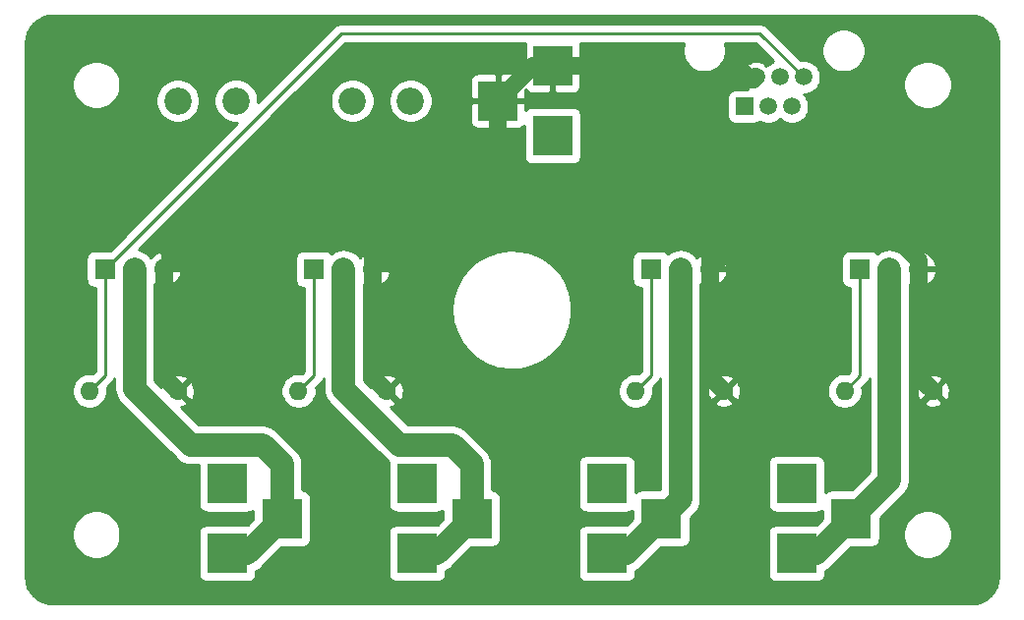
<source format=gbr>
G04 #@! TF.GenerationSoftware,KiCad,Pcbnew,(5.1.5)-3*
G04 #@! TF.CreationDate,2020-06-12T22:16:17+02:00*
G04 #@! TF.ProjectId,pwm,70776d2e-6b69-4636-9164-5f7063625858,rev?*
G04 #@! TF.SameCoordinates,Original*
G04 #@! TF.FileFunction,Copper,L2,Bot*
G04 #@! TF.FilePolarity,Positive*
%FSLAX46Y46*%
G04 Gerber Fmt 4.6, Leading zero omitted, Abs format (unit mm)*
G04 Created by KiCad (PCBNEW (5.1.5)-3) date 2020-06-12 22:16:17*
%MOMM*%
%LPD*%
G04 APERTURE LIST*
%ADD10R,1.800000X1.800000*%
%ADD11O,1.800000X1.800000*%
%ADD12C,1.520000*%
%ADD13R,1.520000X1.520000*%
%ADD14C,2.350000*%
%ADD15R,3.500000X3.500000*%
%ADD16C,1.600000*%
%ADD17O,1.600000X1.600000*%
%ADD18C,1.500000*%
%ADD19C,0.250000*%
%ADD20C,2.000000*%
%ADD21C,0.254000*%
G04 APERTURE END LIST*
D10*
X150710000Y-96500000D03*
D11*
X153250000Y-96500000D03*
X155790000Y-96500000D03*
D10*
X179710000Y-96500000D03*
D11*
X182250000Y-96500000D03*
X184790000Y-96500000D03*
D10*
X197710000Y-96500000D03*
D11*
X200250000Y-96500000D03*
X202790000Y-96500000D03*
D10*
X132710000Y-96500000D03*
D11*
X135250000Y-96500000D03*
X137790000Y-96500000D03*
D12*
X192850000Y-79960000D03*
X191830000Y-82500000D03*
X190810000Y-79960000D03*
X189790000Y-82500000D03*
X188770000Y-79960000D03*
D13*
X187750000Y-82500000D03*
D14*
X154000000Y-82000000D03*
X159000000Y-82000000D03*
X144000000Y-82000000D03*
X139000000Y-82000000D03*
D15*
X175916666Y-115000000D03*
X175916666Y-121000000D03*
X180616666Y-118000000D03*
X143250000Y-115000000D03*
X143250000Y-121000000D03*
X147950000Y-118000000D03*
D16*
X139000000Y-107000000D03*
D17*
X131380000Y-107000000D03*
D16*
X157000000Y-107000000D03*
D17*
X149380000Y-107000000D03*
D16*
X186000000Y-107000000D03*
D17*
X178380000Y-107000000D03*
D16*
X204000000Y-107000000D03*
D17*
X196380000Y-107000000D03*
D15*
X171250000Y-85000000D03*
X171250000Y-79000000D03*
X166550000Y-82000000D03*
X159583333Y-115000000D03*
X159583333Y-121000000D03*
X164283333Y-118000000D03*
X192250000Y-115000000D03*
X192250000Y-121000000D03*
X196950000Y-118000000D03*
D18*
X137790000Y-105790000D02*
X139000000Y-107000000D01*
X137790000Y-96500000D02*
X137790000Y-105790000D01*
X184790000Y-105790000D02*
X186000000Y-107000000D01*
X184790000Y-96500000D02*
X184790000Y-105790000D01*
X202790000Y-105790000D02*
X204000000Y-107000000D01*
X202790000Y-96500000D02*
X202790000Y-105790000D01*
X155790000Y-105790000D02*
X157000000Y-107000000D01*
X155790000Y-96500000D02*
X155790000Y-105790000D01*
X155790000Y-95227208D02*
X155790000Y-96500000D01*
X154712782Y-94149990D02*
X155790000Y-95227208D01*
X140140010Y-94149990D02*
X154712782Y-94149990D01*
X137790000Y-96500000D02*
X140140010Y-94149990D01*
X158173325Y-94116675D02*
X156689999Y-95600001D01*
X184790000Y-95227208D02*
X183679467Y-94116675D01*
X156689999Y-95600001D02*
X155790000Y-96500000D01*
X183679467Y-94116675D02*
X158173325Y-94116675D01*
X184790000Y-96500000D02*
X184790000Y-95227208D01*
X187140010Y-94149990D02*
X185689999Y-95600001D01*
X202790000Y-95716584D02*
X201223406Y-94149990D01*
X185689999Y-95600001D02*
X184790000Y-96500000D01*
X201223406Y-94149990D02*
X187140010Y-94149990D01*
X202790000Y-96500000D02*
X202790000Y-95716584D01*
X171250000Y-79000000D02*
X169550000Y-79000000D01*
X169550000Y-79000000D02*
X166550000Y-82000000D01*
X166550000Y-82000000D02*
X166550000Y-94116675D01*
X174500000Y-79000000D02*
X175660001Y-80160001D01*
X175660001Y-80160001D02*
X188569999Y-80160001D01*
X188699999Y-80030001D02*
X188699999Y-79960000D01*
X171250000Y-79000000D02*
X174500000Y-79000000D01*
X188569999Y-80160001D02*
X188699999Y-80030001D01*
D19*
X179710000Y-105670000D02*
X178380000Y-107000000D01*
X179710000Y-96500000D02*
X179710000Y-105670000D01*
X132710000Y-105670000D02*
X131380000Y-107000000D01*
X132710000Y-96500000D02*
X132710000Y-105670000D01*
X153025001Y-76184999D02*
X132710000Y-96500000D01*
X189074999Y-76184999D02*
X153025001Y-76184999D01*
X192850000Y-79960000D02*
X189074999Y-76184999D01*
X197710000Y-105670000D02*
X196380000Y-107000000D01*
X197710000Y-96500000D02*
X197710000Y-105670000D01*
X150710000Y-105670000D02*
X149380000Y-107000000D01*
X150710000Y-96500000D02*
X150710000Y-105670000D01*
D20*
X193950000Y-121000000D02*
X196950000Y-118000000D01*
X192250000Y-121000000D02*
X193950000Y-121000000D01*
X200250000Y-114700000D02*
X196950000Y-118000000D01*
X200250000Y-96500000D02*
X200250000Y-114700000D01*
X177616666Y-121000000D02*
X180616666Y-118000000D01*
X175916666Y-121000000D02*
X177616666Y-121000000D01*
X182250000Y-116366666D02*
X180616666Y-118000000D01*
X182250000Y-96500000D02*
X182250000Y-116366666D01*
X161283333Y-121000000D02*
X164283333Y-118000000D01*
X159583333Y-121000000D02*
X161283333Y-121000000D01*
X164283333Y-114250000D02*
X164283333Y-118000000D01*
X164283333Y-113319998D02*
X164283333Y-114250000D01*
X162613334Y-111649999D02*
X164283333Y-113319998D01*
X158097997Y-111649999D02*
X162613334Y-111649999D01*
X153250000Y-106802002D02*
X158097997Y-111649999D01*
X153250000Y-96500000D02*
X153250000Y-106802002D01*
X144950000Y-121000000D02*
X147950000Y-118000000D01*
X143250000Y-121000000D02*
X144950000Y-121000000D01*
X147950000Y-114250000D02*
X147950000Y-118000000D01*
X147950000Y-113319998D02*
X147950000Y-114250000D01*
X146280001Y-111649999D02*
X147950000Y-113319998D01*
X140097997Y-111649999D02*
X146280001Y-111649999D01*
X135250000Y-106802002D02*
X140097997Y-111649999D01*
X135250000Y-96500000D02*
X135250000Y-106802002D01*
D21*
G36*
X207703893Y-74707670D02*
G01*
X208140498Y-74839489D01*
X208543185Y-75053600D01*
X208896612Y-75341848D01*
X209187327Y-75693261D01*
X209404242Y-76094439D01*
X209539106Y-76530113D01*
X209590000Y-77014344D01*
X209590001Y-122967711D01*
X209542330Y-123453894D01*
X209410512Y-123890497D01*
X209196399Y-124293186D01*
X208908150Y-124646613D01*
X208556739Y-124937327D01*
X208155564Y-125154240D01*
X207719886Y-125289106D01*
X207235664Y-125340000D01*
X128282279Y-125340000D01*
X127796106Y-125292330D01*
X127359503Y-125160512D01*
X126956814Y-124946399D01*
X126603387Y-124658150D01*
X126312673Y-124306739D01*
X126095760Y-123905564D01*
X125960894Y-123469886D01*
X125910000Y-122985664D01*
X125910000Y-119170433D01*
X129898000Y-119170433D01*
X129898000Y-119579567D01*
X129977818Y-119980839D01*
X130134386Y-120358829D01*
X130361689Y-120699011D01*
X130650989Y-120988311D01*
X130991171Y-121215614D01*
X131369161Y-121372182D01*
X131770433Y-121452000D01*
X132179567Y-121452000D01*
X132580839Y-121372182D01*
X132958829Y-121215614D01*
X133299011Y-120988311D01*
X133588311Y-120699011D01*
X133815614Y-120358829D01*
X133972182Y-119980839D01*
X134052000Y-119579567D01*
X134052000Y-119170433D01*
X133972182Y-118769161D01*
X133815614Y-118391171D01*
X133588311Y-118050989D01*
X133299011Y-117761689D01*
X132958829Y-117534386D01*
X132580839Y-117377818D01*
X132179567Y-117298000D01*
X131770433Y-117298000D01*
X131369161Y-117377818D01*
X130991171Y-117534386D01*
X130650989Y-117761689D01*
X130361689Y-118050989D01*
X130134386Y-118391171D01*
X129977818Y-118769161D01*
X129898000Y-119170433D01*
X125910000Y-119170433D01*
X125910000Y-106849604D01*
X129853000Y-106849604D01*
X129853000Y-107150396D01*
X129911681Y-107445410D01*
X130026790Y-107723306D01*
X130193901Y-107973406D01*
X130406594Y-108186099D01*
X130656694Y-108353210D01*
X130934590Y-108468319D01*
X131229604Y-108527000D01*
X131530396Y-108527000D01*
X131825410Y-108468319D01*
X132103306Y-108353210D01*
X132353406Y-108186099D01*
X132566099Y-107973406D01*
X132733210Y-107723306D01*
X132848319Y-107445410D01*
X132907000Y-107150396D01*
X132907000Y-106849604D01*
X132878514Y-106706395D01*
X133282860Y-106302050D01*
X133315370Y-106275370D01*
X133367753Y-106211541D01*
X133421839Y-106145637D01*
X133500954Y-105997624D01*
X133523001Y-105924946D01*
X133523001Y-106717154D01*
X133514644Y-106802002D01*
X133547989Y-107140553D01*
X133646741Y-107466094D01*
X133807105Y-107766114D01*
X133880973Y-107856122D01*
X134022919Y-108029084D01*
X134088818Y-108083166D01*
X138816829Y-112811177D01*
X138870915Y-112877081D01*
X139133885Y-113092895D01*
X139433905Y-113253259D01*
X139759446Y-113352011D01*
X140013156Y-113376999D01*
X140013165Y-113376999D01*
X140097996Y-113385354D01*
X140182827Y-113376999D01*
X140769483Y-113376999D01*
X140769483Y-116750000D01*
X140783520Y-116892517D01*
X140825090Y-117029557D01*
X140892597Y-117155853D01*
X140983446Y-117266554D01*
X141094147Y-117357403D01*
X141220443Y-117424910D01*
X141357483Y-117466480D01*
X141500000Y-117480517D01*
X145000000Y-117480517D01*
X145142517Y-117466480D01*
X145279557Y-117424910D01*
X145405853Y-117357403D01*
X145469483Y-117305184D01*
X145469483Y-118038170D01*
X144988171Y-118519483D01*
X141500000Y-118519483D01*
X141357483Y-118533520D01*
X141220443Y-118575090D01*
X141094147Y-118642597D01*
X140983446Y-118733446D01*
X140892597Y-118844147D01*
X140825090Y-118970443D01*
X140783520Y-119107483D01*
X140769483Y-119250000D01*
X140769483Y-122750000D01*
X140783520Y-122892517D01*
X140825090Y-123029557D01*
X140892597Y-123155853D01*
X140983446Y-123266554D01*
X141094147Y-123357403D01*
X141220443Y-123424910D01*
X141357483Y-123466480D01*
X141500000Y-123480517D01*
X145000000Y-123480517D01*
X145142517Y-123466480D01*
X145279557Y-123424910D01*
X145405853Y-123357403D01*
X145516554Y-123266554D01*
X145607403Y-123155853D01*
X145674910Y-123029557D01*
X145716480Y-122892517D01*
X145730517Y-122750000D01*
X145730517Y-122541030D01*
X145914112Y-122442896D01*
X146177082Y-122227082D01*
X146231168Y-122161178D01*
X147911830Y-120480517D01*
X149700000Y-120480517D01*
X149842517Y-120466480D01*
X149979557Y-120424910D01*
X150105853Y-120357403D01*
X150216554Y-120266554D01*
X150307403Y-120155853D01*
X150374910Y-120029557D01*
X150416480Y-119892517D01*
X150430517Y-119750000D01*
X150430517Y-116250000D01*
X150416480Y-116107483D01*
X150374910Y-115970443D01*
X150307403Y-115844147D01*
X150216554Y-115733446D01*
X150105853Y-115642597D01*
X149979557Y-115575090D01*
X149842517Y-115533520D01*
X149700000Y-115519483D01*
X149677000Y-115519483D01*
X149677000Y-113404828D01*
X149685355Y-113319997D01*
X149677000Y-113235166D01*
X149677000Y-113235157D01*
X149652012Y-112981447D01*
X149553260Y-112655906D01*
X149392896Y-112355886D01*
X149177082Y-112092916D01*
X149111179Y-112038831D01*
X147561169Y-110488821D01*
X147507083Y-110422917D01*
X147244113Y-110207103D01*
X146944093Y-110046739D01*
X146618552Y-109947987D01*
X146364842Y-109922999D01*
X146364839Y-109922999D01*
X146280001Y-109914643D01*
X146195163Y-109922999D01*
X140813343Y-109922999D01*
X139297003Y-108406659D01*
X139350130Y-108398787D01*
X139616292Y-108303603D01*
X139741514Y-108236671D01*
X139813097Y-107992702D01*
X139000000Y-107179605D01*
X138985858Y-107193748D01*
X138806253Y-107014143D01*
X138820395Y-107000000D01*
X139179605Y-107000000D01*
X139992702Y-107813097D01*
X140236671Y-107741514D01*
X140357571Y-107486004D01*
X140426300Y-107211816D01*
X140440217Y-106929488D01*
X140428381Y-106849604D01*
X147853000Y-106849604D01*
X147853000Y-107150396D01*
X147911681Y-107445410D01*
X148026790Y-107723306D01*
X148193901Y-107973406D01*
X148406594Y-108186099D01*
X148656694Y-108353210D01*
X148934590Y-108468319D01*
X149229604Y-108527000D01*
X149530396Y-108527000D01*
X149825410Y-108468319D01*
X150103306Y-108353210D01*
X150353406Y-108186099D01*
X150566099Y-107973406D01*
X150733210Y-107723306D01*
X150848319Y-107445410D01*
X150907000Y-107150396D01*
X150907000Y-106849604D01*
X150878514Y-106706395D01*
X151282860Y-106302050D01*
X151315370Y-106275370D01*
X151367753Y-106211541D01*
X151421839Y-106145637D01*
X151500954Y-105997624D01*
X151523001Y-105924946D01*
X151523001Y-106717154D01*
X151514644Y-106802002D01*
X151547989Y-107140553D01*
X151646741Y-107466094D01*
X151807105Y-107766114D01*
X151880973Y-107856122D01*
X152022919Y-108029084D01*
X152088818Y-108083166D01*
X156816829Y-112811177D01*
X156870915Y-112877081D01*
X157123791Y-113084611D01*
X157116853Y-113107483D01*
X157102816Y-113250000D01*
X157102816Y-116750000D01*
X157116853Y-116892517D01*
X157158423Y-117029557D01*
X157225930Y-117155853D01*
X157316779Y-117266554D01*
X157427480Y-117357403D01*
X157553776Y-117424910D01*
X157690816Y-117466480D01*
X157833333Y-117480517D01*
X161333333Y-117480517D01*
X161475850Y-117466480D01*
X161612890Y-117424910D01*
X161739186Y-117357403D01*
X161802816Y-117305184D01*
X161802816Y-118038170D01*
X161321504Y-118519483D01*
X157833333Y-118519483D01*
X157690816Y-118533520D01*
X157553776Y-118575090D01*
X157427480Y-118642597D01*
X157316779Y-118733446D01*
X157225930Y-118844147D01*
X157158423Y-118970443D01*
X157116853Y-119107483D01*
X157102816Y-119250000D01*
X157102816Y-122750000D01*
X157116853Y-122892517D01*
X157158423Y-123029557D01*
X157225930Y-123155853D01*
X157316779Y-123266554D01*
X157427480Y-123357403D01*
X157553776Y-123424910D01*
X157690816Y-123466480D01*
X157833333Y-123480517D01*
X161333333Y-123480517D01*
X161475850Y-123466480D01*
X161612890Y-123424910D01*
X161739186Y-123357403D01*
X161849887Y-123266554D01*
X161940736Y-123155853D01*
X162008243Y-123029557D01*
X162049813Y-122892517D01*
X162063850Y-122750000D01*
X162063850Y-122541030D01*
X162247445Y-122442896D01*
X162510415Y-122227082D01*
X162564501Y-122161178D01*
X164245163Y-120480517D01*
X166033333Y-120480517D01*
X166175850Y-120466480D01*
X166312890Y-120424910D01*
X166439186Y-120357403D01*
X166549887Y-120266554D01*
X166640736Y-120155853D01*
X166708243Y-120029557D01*
X166749813Y-119892517D01*
X166763850Y-119750000D01*
X166763850Y-116250000D01*
X166749813Y-116107483D01*
X166708243Y-115970443D01*
X166640736Y-115844147D01*
X166549887Y-115733446D01*
X166439186Y-115642597D01*
X166312890Y-115575090D01*
X166175850Y-115533520D01*
X166033333Y-115519483D01*
X166010333Y-115519483D01*
X166010333Y-113404828D01*
X166018688Y-113319997D01*
X166011794Y-113250000D01*
X173436149Y-113250000D01*
X173436149Y-116750000D01*
X173450186Y-116892517D01*
X173491756Y-117029557D01*
X173559263Y-117155853D01*
X173650112Y-117266554D01*
X173760813Y-117357403D01*
X173887109Y-117424910D01*
X174024149Y-117466480D01*
X174166666Y-117480517D01*
X177666666Y-117480517D01*
X177809183Y-117466480D01*
X177946223Y-117424910D01*
X178072519Y-117357403D01*
X178136149Y-117305184D01*
X178136149Y-118038170D01*
X177654837Y-118519483D01*
X174166666Y-118519483D01*
X174024149Y-118533520D01*
X173887109Y-118575090D01*
X173760813Y-118642597D01*
X173650112Y-118733446D01*
X173559263Y-118844147D01*
X173491756Y-118970443D01*
X173450186Y-119107483D01*
X173436149Y-119250000D01*
X173436149Y-122750000D01*
X173450186Y-122892517D01*
X173491756Y-123029557D01*
X173559263Y-123155853D01*
X173650112Y-123266554D01*
X173760813Y-123357403D01*
X173887109Y-123424910D01*
X174024149Y-123466480D01*
X174166666Y-123480517D01*
X177666666Y-123480517D01*
X177809183Y-123466480D01*
X177946223Y-123424910D01*
X178072519Y-123357403D01*
X178183220Y-123266554D01*
X178274069Y-123155853D01*
X178341576Y-123029557D01*
X178383146Y-122892517D01*
X178397183Y-122750000D01*
X178397183Y-122541030D01*
X178580778Y-122442896D01*
X178843748Y-122227082D01*
X178897834Y-122161178D01*
X180578496Y-120480517D01*
X182366666Y-120480517D01*
X182509183Y-120466480D01*
X182646223Y-120424910D01*
X182772519Y-120357403D01*
X182883220Y-120266554D01*
X182974069Y-120155853D01*
X183041576Y-120029557D01*
X183083146Y-119892517D01*
X183097183Y-119750000D01*
X183097183Y-117961829D01*
X183411178Y-117647834D01*
X183477082Y-117593748D01*
X183692896Y-117330778D01*
X183853260Y-117030758D01*
X183952012Y-116705217D01*
X183977000Y-116451507D01*
X183977000Y-116451498D01*
X183985355Y-116366667D01*
X183977000Y-116281836D01*
X183977000Y-113250000D01*
X189769483Y-113250000D01*
X189769483Y-116750000D01*
X189783520Y-116892517D01*
X189825090Y-117029557D01*
X189892597Y-117155853D01*
X189983446Y-117266554D01*
X190094147Y-117357403D01*
X190220443Y-117424910D01*
X190357483Y-117466480D01*
X190500000Y-117480517D01*
X194000000Y-117480517D01*
X194142517Y-117466480D01*
X194279557Y-117424910D01*
X194405853Y-117357403D01*
X194469483Y-117305184D01*
X194469483Y-118038170D01*
X193988171Y-118519483D01*
X190500000Y-118519483D01*
X190357483Y-118533520D01*
X190220443Y-118575090D01*
X190094147Y-118642597D01*
X189983446Y-118733446D01*
X189892597Y-118844147D01*
X189825090Y-118970443D01*
X189783520Y-119107483D01*
X189769483Y-119250000D01*
X189769483Y-122750000D01*
X189783520Y-122892517D01*
X189825090Y-123029557D01*
X189892597Y-123155853D01*
X189983446Y-123266554D01*
X190094147Y-123357403D01*
X190220443Y-123424910D01*
X190357483Y-123466480D01*
X190500000Y-123480517D01*
X194000000Y-123480517D01*
X194142517Y-123466480D01*
X194279557Y-123424910D01*
X194405853Y-123357403D01*
X194516554Y-123266554D01*
X194607403Y-123155853D01*
X194674910Y-123029557D01*
X194716480Y-122892517D01*
X194730517Y-122750000D01*
X194730517Y-122541030D01*
X194914112Y-122442896D01*
X195177082Y-122227082D01*
X195231168Y-122161178D01*
X196911830Y-120480517D01*
X198700000Y-120480517D01*
X198842517Y-120466480D01*
X198979557Y-120424910D01*
X199105853Y-120357403D01*
X199216554Y-120266554D01*
X199307403Y-120155853D01*
X199374910Y-120029557D01*
X199416480Y-119892517D01*
X199430517Y-119750000D01*
X199430517Y-119170433D01*
X201448000Y-119170433D01*
X201448000Y-119579567D01*
X201527818Y-119980839D01*
X201684386Y-120358829D01*
X201911689Y-120699011D01*
X202200989Y-120988311D01*
X202541171Y-121215614D01*
X202919161Y-121372182D01*
X203320433Y-121452000D01*
X203729567Y-121452000D01*
X204130839Y-121372182D01*
X204508829Y-121215614D01*
X204849011Y-120988311D01*
X205138311Y-120699011D01*
X205365614Y-120358829D01*
X205522182Y-119980839D01*
X205602000Y-119579567D01*
X205602000Y-119170433D01*
X205522182Y-118769161D01*
X205365614Y-118391171D01*
X205138311Y-118050989D01*
X204849011Y-117761689D01*
X204508829Y-117534386D01*
X204130839Y-117377818D01*
X203729567Y-117298000D01*
X203320433Y-117298000D01*
X202919161Y-117377818D01*
X202541171Y-117534386D01*
X202200989Y-117761689D01*
X201911689Y-118050989D01*
X201684386Y-118391171D01*
X201527818Y-118769161D01*
X201448000Y-119170433D01*
X199430517Y-119170433D01*
X199430517Y-117961829D01*
X201411183Y-115981164D01*
X201477082Y-115927082D01*
X201545145Y-115844147D01*
X201692896Y-115664113D01*
X201853260Y-115364092D01*
X201898756Y-115214112D01*
X201952012Y-115038551D01*
X201977000Y-114784841D01*
X201977000Y-114784839D01*
X201985356Y-114700000D01*
X201977000Y-114615162D01*
X201977000Y-107992702D01*
X203186903Y-107992702D01*
X203258486Y-108236671D01*
X203513996Y-108357571D01*
X203788184Y-108426300D01*
X204070512Y-108440217D01*
X204350130Y-108398787D01*
X204616292Y-108303603D01*
X204741514Y-108236671D01*
X204813097Y-107992702D01*
X204000000Y-107179605D01*
X203186903Y-107992702D01*
X201977000Y-107992702D01*
X201977000Y-107070512D01*
X202559783Y-107070512D01*
X202601213Y-107350130D01*
X202696397Y-107616292D01*
X202763329Y-107741514D01*
X203007298Y-107813097D01*
X203820395Y-107000000D01*
X204179605Y-107000000D01*
X204992702Y-107813097D01*
X205236671Y-107741514D01*
X205357571Y-107486004D01*
X205426300Y-107211816D01*
X205440217Y-106929488D01*
X205398787Y-106649870D01*
X205303603Y-106383708D01*
X205236671Y-106258486D01*
X204992702Y-106186903D01*
X204179605Y-107000000D01*
X203820395Y-107000000D01*
X203007298Y-106186903D01*
X202763329Y-106258486D01*
X202642429Y-106513996D01*
X202573700Y-106788184D01*
X202559783Y-107070512D01*
X201977000Y-107070512D01*
X201977000Y-106007298D01*
X203186903Y-106007298D01*
X204000000Y-106820395D01*
X204813097Y-106007298D01*
X204741514Y-105763329D01*
X204486004Y-105642429D01*
X204211816Y-105573700D01*
X203929488Y-105559783D01*
X203649870Y-105601213D01*
X203383708Y-105696397D01*
X203258486Y-105763329D01*
X203186903Y-106007298D01*
X201977000Y-106007298D01*
X201977000Y-97793939D01*
X202141380Y-97891234D01*
X202425259Y-97991041D01*
X202663000Y-97870992D01*
X202663000Y-96627000D01*
X202917000Y-96627000D01*
X202917000Y-97870992D01*
X203154741Y-97991041D01*
X203438620Y-97891234D01*
X203697573Y-97737962D01*
X203921649Y-97537116D01*
X204102236Y-97296414D01*
X204232394Y-97025107D01*
X204281036Y-96864740D01*
X204160378Y-96627000D01*
X202917000Y-96627000D01*
X202663000Y-96627000D01*
X202643000Y-96627000D01*
X202643000Y-96373000D01*
X202663000Y-96373000D01*
X202663000Y-95129008D01*
X202917000Y-95129008D01*
X202917000Y-96373000D01*
X204160378Y-96373000D01*
X204281036Y-96135260D01*
X204232394Y-95974893D01*
X204102236Y-95703586D01*
X203921649Y-95462884D01*
X203697573Y-95262038D01*
X203438620Y-95108766D01*
X203154741Y-95008959D01*
X202917000Y-95129008D01*
X202663000Y-95129008D01*
X202425259Y-95008959D01*
X202141380Y-95108766D01*
X201882427Y-95262038D01*
X201658351Y-95462884D01*
X201646236Y-95479032D01*
X201477082Y-95272918D01*
X201214111Y-95057104D01*
X200914091Y-94896740D01*
X200588550Y-94797988D01*
X200250000Y-94764644D01*
X199911449Y-94797988D01*
X199585908Y-94896740D01*
X199285888Y-95057104D01*
X199177761Y-95145842D01*
X199126554Y-95083446D01*
X199015853Y-94992597D01*
X198889557Y-94925090D01*
X198752517Y-94883520D01*
X198610000Y-94869483D01*
X196810000Y-94869483D01*
X196667483Y-94883520D01*
X196530443Y-94925090D01*
X196404147Y-94992597D01*
X196293446Y-95083446D01*
X196202597Y-95194147D01*
X196135090Y-95320443D01*
X196093520Y-95457483D01*
X196079483Y-95600000D01*
X196079483Y-97400000D01*
X196093520Y-97542517D01*
X196135090Y-97679557D01*
X196202597Y-97805853D01*
X196293446Y-97916554D01*
X196404147Y-98007403D01*
X196530443Y-98074910D01*
X196667483Y-98116480D01*
X196810000Y-98130517D01*
X196858000Y-98130517D01*
X196858001Y-105317089D01*
X196673605Y-105501486D01*
X196530396Y-105473000D01*
X196229604Y-105473000D01*
X195934590Y-105531681D01*
X195656694Y-105646790D01*
X195406594Y-105813901D01*
X195193901Y-106026594D01*
X195026790Y-106276694D01*
X194911681Y-106554590D01*
X194853000Y-106849604D01*
X194853000Y-107150396D01*
X194911681Y-107445410D01*
X195026790Y-107723306D01*
X195193901Y-107973406D01*
X195406594Y-108186099D01*
X195656694Y-108353210D01*
X195934590Y-108468319D01*
X196229604Y-108527000D01*
X196530396Y-108527000D01*
X196825410Y-108468319D01*
X197103306Y-108353210D01*
X197353406Y-108186099D01*
X197566099Y-107973406D01*
X197733210Y-107723306D01*
X197848319Y-107445410D01*
X197907000Y-107150396D01*
X197907000Y-106849604D01*
X197878514Y-106706395D01*
X198282860Y-106302050D01*
X198315370Y-106275370D01*
X198367753Y-106211541D01*
X198421839Y-106145637D01*
X198500954Y-105997624D01*
X198523001Y-105924946D01*
X198523001Y-113984652D01*
X196988171Y-115519483D01*
X195200000Y-115519483D01*
X195057483Y-115533520D01*
X194920443Y-115575090D01*
X194794147Y-115642597D01*
X194730517Y-115694816D01*
X194730517Y-113250000D01*
X194716480Y-113107483D01*
X194674910Y-112970443D01*
X194607403Y-112844147D01*
X194516554Y-112733446D01*
X194405853Y-112642597D01*
X194279557Y-112575090D01*
X194142517Y-112533520D01*
X194000000Y-112519483D01*
X190500000Y-112519483D01*
X190357483Y-112533520D01*
X190220443Y-112575090D01*
X190094147Y-112642597D01*
X189983446Y-112733446D01*
X189892597Y-112844147D01*
X189825090Y-112970443D01*
X189783520Y-113107483D01*
X189769483Y-113250000D01*
X183977000Y-113250000D01*
X183977000Y-107992702D01*
X185186903Y-107992702D01*
X185258486Y-108236671D01*
X185513996Y-108357571D01*
X185788184Y-108426300D01*
X186070512Y-108440217D01*
X186350130Y-108398787D01*
X186616292Y-108303603D01*
X186741514Y-108236671D01*
X186813097Y-107992702D01*
X186000000Y-107179605D01*
X185186903Y-107992702D01*
X183977000Y-107992702D01*
X183977000Y-107070512D01*
X184559783Y-107070512D01*
X184601213Y-107350130D01*
X184696397Y-107616292D01*
X184763329Y-107741514D01*
X185007298Y-107813097D01*
X185820395Y-107000000D01*
X186179605Y-107000000D01*
X186992702Y-107813097D01*
X187236671Y-107741514D01*
X187357571Y-107486004D01*
X187426300Y-107211816D01*
X187440217Y-106929488D01*
X187398787Y-106649870D01*
X187303603Y-106383708D01*
X187236671Y-106258486D01*
X186992702Y-106186903D01*
X186179605Y-107000000D01*
X185820395Y-107000000D01*
X185007298Y-106186903D01*
X184763329Y-106258486D01*
X184642429Y-106513996D01*
X184573700Y-106788184D01*
X184559783Y-107070512D01*
X183977000Y-107070512D01*
X183977000Y-106007298D01*
X185186903Y-106007298D01*
X186000000Y-106820395D01*
X186813097Y-106007298D01*
X186741514Y-105763329D01*
X186486004Y-105642429D01*
X186211816Y-105573700D01*
X185929488Y-105559783D01*
X185649870Y-105601213D01*
X185383708Y-105696397D01*
X185258486Y-105763329D01*
X185186903Y-106007298D01*
X183977000Y-106007298D01*
X183977000Y-97793939D01*
X184141380Y-97891234D01*
X184425259Y-97991041D01*
X184663000Y-97870992D01*
X184663000Y-96627000D01*
X184917000Y-96627000D01*
X184917000Y-97870992D01*
X185154741Y-97991041D01*
X185438620Y-97891234D01*
X185697573Y-97737962D01*
X185921649Y-97537116D01*
X186102236Y-97296414D01*
X186232394Y-97025107D01*
X186281036Y-96864740D01*
X186160378Y-96627000D01*
X184917000Y-96627000D01*
X184663000Y-96627000D01*
X184643000Y-96627000D01*
X184643000Y-96373000D01*
X184663000Y-96373000D01*
X184663000Y-95129008D01*
X184917000Y-95129008D01*
X184917000Y-96373000D01*
X186160378Y-96373000D01*
X186281036Y-96135260D01*
X186232394Y-95974893D01*
X186102236Y-95703586D01*
X185921649Y-95462884D01*
X185697573Y-95262038D01*
X185438620Y-95108766D01*
X185154741Y-95008959D01*
X184917000Y-95129008D01*
X184663000Y-95129008D01*
X184425259Y-95008959D01*
X184141380Y-95108766D01*
X183882427Y-95262038D01*
X183658351Y-95462884D01*
X183646236Y-95479032D01*
X183477082Y-95272918D01*
X183214111Y-95057104D01*
X182914091Y-94896740D01*
X182588550Y-94797988D01*
X182250000Y-94764644D01*
X181911449Y-94797988D01*
X181585908Y-94896740D01*
X181285888Y-95057104D01*
X181177761Y-95145842D01*
X181126554Y-95083446D01*
X181015853Y-94992597D01*
X180889557Y-94925090D01*
X180752517Y-94883520D01*
X180610000Y-94869483D01*
X178810000Y-94869483D01*
X178667483Y-94883520D01*
X178530443Y-94925090D01*
X178404147Y-94992597D01*
X178293446Y-95083446D01*
X178202597Y-95194147D01*
X178135090Y-95320443D01*
X178093520Y-95457483D01*
X178079483Y-95600000D01*
X178079483Y-97400000D01*
X178093520Y-97542517D01*
X178135090Y-97679557D01*
X178202597Y-97805853D01*
X178293446Y-97916554D01*
X178404147Y-98007403D01*
X178530443Y-98074910D01*
X178667483Y-98116480D01*
X178810000Y-98130517D01*
X178858000Y-98130517D01*
X178858001Y-105317089D01*
X178673605Y-105501486D01*
X178530396Y-105473000D01*
X178229604Y-105473000D01*
X177934590Y-105531681D01*
X177656694Y-105646790D01*
X177406594Y-105813901D01*
X177193901Y-106026594D01*
X177026790Y-106276694D01*
X176911681Y-106554590D01*
X176853000Y-106849604D01*
X176853000Y-107150396D01*
X176911681Y-107445410D01*
X177026790Y-107723306D01*
X177193901Y-107973406D01*
X177406594Y-108186099D01*
X177656694Y-108353210D01*
X177934590Y-108468319D01*
X178229604Y-108527000D01*
X178530396Y-108527000D01*
X178825410Y-108468319D01*
X179103306Y-108353210D01*
X179353406Y-108186099D01*
X179566099Y-107973406D01*
X179733210Y-107723306D01*
X179848319Y-107445410D01*
X179907000Y-107150396D01*
X179907000Y-106849604D01*
X179878514Y-106706395D01*
X180282860Y-106302050D01*
X180315370Y-106275370D01*
X180367753Y-106211541D01*
X180421839Y-106145637D01*
X180500954Y-105997624D01*
X180523000Y-105924946D01*
X180523001Y-115519483D01*
X178866666Y-115519483D01*
X178724149Y-115533520D01*
X178587109Y-115575090D01*
X178460813Y-115642597D01*
X178397183Y-115694816D01*
X178397183Y-113250000D01*
X178383146Y-113107483D01*
X178341576Y-112970443D01*
X178274069Y-112844147D01*
X178183220Y-112733446D01*
X178072519Y-112642597D01*
X177946223Y-112575090D01*
X177809183Y-112533520D01*
X177666666Y-112519483D01*
X174166666Y-112519483D01*
X174024149Y-112533520D01*
X173887109Y-112575090D01*
X173760813Y-112642597D01*
X173650112Y-112733446D01*
X173559263Y-112844147D01*
X173491756Y-112970443D01*
X173450186Y-113107483D01*
X173436149Y-113250000D01*
X166011794Y-113250000D01*
X166010333Y-113235166D01*
X166010333Y-113235157D01*
X165985345Y-112981447D01*
X165886593Y-112655906D01*
X165726229Y-112355886D01*
X165510415Y-112092916D01*
X165444512Y-112038831D01*
X163894502Y-110488821D01*
X163840416Y-110422917D01*
X163577446Y-110207103D01*
X163277426Y-110046739D01*
X162951885Y-109947987D01*
X162698175Y-109922999D01*
X162698172Y-109922999D01*
X162613334Y-109914643D01*
X162528496Y-109922999D01*
X158813343Y-109922999D01*
X157297003Y-108406659D01*
X157350130Y-108398787D01*
X157616292Y-108303603D01*
X157741514Y-108236671D01*
X157813097Y-107992702D01*
X157000000Y-107179605D01*
X156985858Y-107193748D01*
X156806253Y-107014143D01*
X156820395Y-107000000D01*
X157179605Y-107000000D01*
X157992702Y-107813097D01*
X158236671Y-107741514D01*
X158357571Y-107486004D01*
X158426300Y-107211816D01*
X158440217Y-106929488D01*
X158398787Y-106649870D01*
X158303603Y-106383708D01*
X158236671Y-106258486D01*
X157992702Y-106186903D01*
X157179605Y-107000000D01*
X156820395Y-107000000D01*
X156007298Y-106186903D01*
X155763329Y-106258486D01*
X155642429Y-106513996D01*
X155594710Y-106704366D01*
X154977000Y-106086656D01*
X154977000Y-106007298D01*
X156186903Y-106007298D01*
X157000000Y-106820395D01*
X157813097Y-106007298D01*
X157741514Y-105763329D01*
X157486004Y-105642429D01*
X157211816Y-105573700D01*
X156929488Y-105559783D01*
X156649870Y-105601213D01*
X156383708Y-105696397D01*
X156258486Y-105763329D01*
X156186903Y-106007298D01*
X154977000Y-106007298D01*
X154977000Y-100000000D01*
X162570000Y-100000000D01*
X162663609Y-100980321D01*
X162941054Y-101925212D01*
X163392307Y-102800519D01*
X164001058Y-103574609D01*
X164745305Y-104219503D01*
X165598150Y-104711894D01*
X166528769Y-105033984D01*
X167503526Y-105174133D01*
X168487191Y-105127275D01*
X169444212Y-104895104D01*
X170340000Y-104486012D01*
X171142179Y-103914783D01*
X171821755Y-103202064D01*
X172354168Y-102373613D01*
X172720174Y-101459375D01*
X172906545Y-100492390D01*
X172906545Y-99507610D01*
X172720174Y-98540625D01*
X172354168Y-97626387D01*
X171821755Y-96797936D01*
X171142179Y-96085217D01*
X170340000Y-95513988D01*
X169444212Y-95104896D01*
X168487191Y-94872725D01*
X167503526Y-94825867D01*
X166528769Y-94966016D01*
X165598150Y-95288106D01*
X164745305Y-95780497D01*
X164001058Y-96425391D01*
X163392307Y-97199481D01*
X162941054Y-98074788D01*
X162663609Y-99019679D01*
X162570000Y-100000000D01*
X154977000Y-100000000D01*
X154977000Y-97793939D01*
X155141380Y-97891234D01*
X155425259Y-97991041D01*
X155663000Y-97870992D01*
X155663000Y-96627000D01*
X155917000Y-96627000D01*
X155917000Y-97870992D01*
X156154741Y-97991041D01*
X156438620Y-97891234D01*
X156697573Y-97737962D01*
X156921649Y-97537116D01*
X157102236Y-97296414D01*
X157232394Y-97025107D01*
X157281036Y-96864740D01*
X157160378Y-96627000D01*
X155917000Y-96627000D01*
X155663000Y-96627000D01*
X155643000Y-96627000D01*
X155643000Y-96373000D01*
X155663000Y-96373000D01*
X155663000Y-95129008D01*
X155917000Y-95129008D01*
X155917000Y-96373000D01*
X157160378Y-96373000D01*
X157281036Y-96135260D01*
X157232394Y-95974893D01*
X157102236Y-95703586D01*
X156921649Y-95462884D01*
X156697573Y-95262038D01*
X156438620Y-95108766D01*
X156154741Y-95008959D01*
X155917000Y-95129008D01*
X155663000Y-95129008D01*
X155425259Y-95008959D01*
X155141380Y-95108766D01*
X154882427Y-95262038D01*
X154658351Y-95462884D01*
X154646236Y-95479032D01*
X154477082Y-95272918D01*
X154214111Y-95057104D01*
X153914091Y-94896740D01*
X153588550Y-94797988D01*
X153250000Y-94764644D01*
X152911449Y-94797988D01*
X152585908Y-94896740D01*
X152285888Y-95057104D01*
X152177761Y-95145842D01*
X152126554Y-95083446D01*
X152015853Y-94992597D01*
X151889557Y-94925090D01*
X151752517Y-94883520D01*
X151610000Y-94869483D01*
X149810000Y-94869483D01*
X149667483Y-94883520D01*
X149530443Y-94925090D01*
X149404147Y-94992597D01*
X149293446Y-95083446D01*
X149202597Y-95194147D01*
X149135090Y-95320443D01*
X149093520Y-95457483D01*
X149079483Y-95600000D01*
X149079483Y-97400000D01*
X149093520Y-97542517D01*
X149135090Y-97679557D01*
X149202597Y-97805853D01*
X149293446Y-97916554D01*
X149404147Y-98007403D01*
X149530443Y-98074910D01*
X149667483Y-98116480D01*
X149810000Y-98130517D01*
X149858000Y-98130517D01*
X149858001Y-105317089D01*
X149673605Y-105501486D01*
X149530396Y-105473000D01*
X149229604Y-105473000D01*
X148934590Y-105531681D01*
X148656694Y-105646790D01*
X148406594Y-105813901D01*
X148193901Y-106026594D01*
X148026790Y-106276694D01*
X147911681Y-106554590D01*
X147853000Y-106849604D01*
X140428381Y-106849604D01*
X140398787Y-106649870D01*
X140303603Y-106383708D01*
X140236671Y-106258486D01*
X139992702Y-106186903D01*
X139179605Y-107000000D01*
X138820395Y-107000000D01*
X138007298Y-106186903D01*
X137763329Y-106258486D01*
X137642429Y-106513996D01*
X137594710Y-106704366D01*
X136977000Y-106086656D01*
X136977000Y-106007298D01*
X138186903Y-106007298D01*
X139000000Y-106820395D01*
X139813097Y-106007298D01*
X139741514Y-105763329D01*
X139486004Y-105642429D01*
X139211816Y-105573700D01*
X138929488Y-105559783D01*
X138649870Y-105601213D01*
X138383708Y-105696397D01*
X138258486Y-105763329D01*
X138186903Y-106007298D01*
X136977000Y-106007298D01*
X136977000Y-97793939D01*
X137141380Y-97891234D01*
X137425259Y-97991041D01*
X137663000Y-97870992D01*
X137663000Y-96627000D01*
X137917000Y-96627000D01*
X137917000Y-97870992D01*
X138154741Y-97991041D01*
X138438620Y-97891234D01*
X138697573Y-97737962D01*
X138921649Y-97537116D01*
X139102236Y-97296414D01*
X139232394Y-97025107D01*
X139281036Y-96864740D01*
X139160378Y-96627000D01*
X137917000Y-96627000D01*
X137663000Y-96627000D01*
X137643000Y-96627000D01*
X137643000Y-96373000D01*
X137663000Y-96373000D01*
X137663000Y-95129008D01*
X137917000Y-95129008D01*
X137917000Y-96373000D01*
X139160378Y-96373000D01*
X139281036Y-96135260D01*
X139232394Y-95974893D01*
X139102236Y-95703586D01*
X138921649Y-95462884D01*
X138697573Y-95262038D01*
X138438620Y-95108766D01*
X138154741Y-95008959D01*
X137917000Y-95129008D01*
X137663000Y-95129008D01*
X137425259Y-95008959D01*
X137141380Y-95108766D01*
X136882427Y-95262038D01*
X136658351Y-95462884D01*
X136646236Y-95479032D01*
X136477082Y-95272918D01*
X136214111Y-95057104D01*
X135914091Y-94896740D01*
X135610318Y-94804591D01*
X148602240Y-81812669D01*
X152098000Y-81812669D01*
X152098000Y-82187331D01*
X152171093Y-82554793D01*
X152314469Y-82900935D01*
X152522620Y-83212454D01*
X152787546Y-83477380D01*
X153099065Y-83685531D01*
X153445207Y-83828907D01*
X153812669Y-83902000D01*
X154187331Y-83902000D01*
X154554793Y-83828907D01*
X154900935Y-83685531D01*
X155212454Y-83477380D01*
X155477380Y-83212454D01*
X155685531Y-82900935D01*
X155828907Y-82554793D01*
X155902000Y-82187331D01*
X155902000Y-81812669D01*
X157098000Y-81812669D01*
X157098000Y-82187331D01*
X157171093Y-82554793D01*
X157314469Y-82900935D01*
X157522620Y-83212454D01*
X157787546Y-83477380D01*
X158099065Y-83685531D01*
X158445207Y-83828907D01*
X158812669Y-83902000D01*
X159187331Y-83902000D01*
X159554793Y-83828907D01*
X159745292Y-83750000D01*
X164161928Y-83750000D01*
X164174188Y-83874482D01*
X164210498Y-83994180D01*
X164269463Y-84104494D01*
X164348815Y-84201185D01*
X164445506Y-84280537D01*
X164555820Y-84339502D01*
X164675518Y-84375812D01*
X164800000Y-84388072D01*
X166264250Y-84385000D01*
X166423000Y-84226250D01*
X166423000Y-82127000D01*
X166677000Y-82127000D01*
X166677000Y-84226250D01*
X166835750Y-84385000D01*
X168300000Y-84388072D01*
X168424482Y-84375812D01*
X168544180Y-84339502D01*
X168654494Y-84280537D01*
X168751185Y-84201185D01*
X168769483Y-84178889D01*
X168769483Y-86750000D01*
X168783520Y-86892517D01*
X168825090Y-87029557D01*
X168892597Y-87155853D01*
X168983446Y-87266554D01*
X169094147Y-87357403D01*
X169220443Y-87424910D01*
X169357483Y-87466480D01*
X169500000Y-87480517D01*
X173000000Y-87480517D01*
X173142517Y-87466480D01*
X173279557Y-87424910D01*
X173405853Y-87357403D01*
X173516554Y-87266554D01*
X173607403Y-87155853D01*
X173674910Y-87029557D01*
X173716480Y-86892517D01*
X173730517Y-86750000D01*
X173730517Y-83250000D01*
X173716480Y-83107483D01*
X173674910Y-82970443D01*
X173607403Y-82844147D01*
X173516554Y-82733446D01*
X173405853Y-82642597D01*
X173279557Y-82575090D01*
X173142517Y-82533520D01*
X173000000Y-82519483D01*
X169500000Y-82519483D01*
X169357483Y-82533520D01*
X169220443Y-82575090D01*
X169094147Y-82642597D01*
X168983446Y-82733446D01*
X168936060Y-82791186D01*
X168935000Y-82285750D01*
X168776250Y-82127000D01*
X166677000Y-82127000D01*
X166423000Y-82127000D01*
X164323750Y-82127000D01*
X164165000Y-82285750D01*
X164161928Y-83750000D01*
X159745292Y-83750000D01*
X159900935Y-83685531D01*
X160212454Y-83477380D01*
X160477380Y-83212454D01*
X160685531Y-82900935D01*
X160828907Y-82554793D01*
X160902000Y-82187331D01*
X160902000Y-81812669D01*
X160828907Y-81445207D01*
X160685531Y-81099065D01*
X160477380Y-80787546D01*
X160212454Y-80522620D01*
X159900935Y-80314469D01*
X159745293Y-80250000D01*
X164161928Y-80250000D01*
X164165000Y-81714250D01*
X164323750Y-81873000D01*
X166423000Y-81873000D01*
X166423000Y-79773750D01*
X166677000Y-79773750D01*
X166677000Y-81873000D01*
X168776250Y-81873000D01*
X168935000Y-81714250D01*
X168936409Y-81042655D01*
X168969463Y-81104494D01*
X169048815Y-81201185D01*
X169145506Y-81280537D01*
X169255820Y-81339502D01*
X169375518Y-81375812D01*
X169500000Y-81388072D01*
X170964250Y-81385000D01*
X171123000Y-81226250D01*
X171123000Y-79127000D01*
X171377000Y-79127000D01*
X171377000Y-81226250D01*
X171535750Y-81385000D01*
X173000000Y-81388072D01*
X173124482Y-81375812D01*
X173244180Y-81339502D01*
X173354494Y-81280537D01*
X173451185Y-81201185D01*
X173530537Y-81104494D01*
X173589502Y-80994180D01*
X173625812Y-80874482D01*
X173638072Y-80750000D01*
X173636566Y-80032097D01*
X187370105Y-80032097D01*
X187411069Y-80303817D01*
X187504256Y-80562326D01*
X187565975Y-80677794D01*
X187805863Y-80744531D01*
X188590395Y-79960000D01*
X187805863Y-79175469D01*
X187565975Y-79242206D01*
X187449076Y-79490892D01*
X187382939Y-79757606D01*
X187370105Y-80032097D01*
X173636566Y-80032097D01*
X173635000Y-79285750D01*
X173476250Y-79127000D01*
X171377000Y-79127000D01*
X171123000Y-79127000D01*
X169023750Y-79127000D01*
X168865000Y-79285750D01*
X168863591Y-79957345D01*
X168830537Y-79895506D01*
X168751185Y-79798815D01*
X168654494Y-79719463D01*
X168544180Y-79660498D01*
X168424482Y-79624188D01*
X168300000Y-79611928D01*
X166835750Y-79615000D01*
X166677000Y-79773750D01*
X166423000Y-79773750D01*
X166264250Y-79615000D01*
X164800000Y-79611928D01*
X164675518Y-79624188D01*
X164555820Y-79660498D01*
X164445506Y-79719463D01*
X164348815Y-79798815D01*
X164269463Y-79895506D01*
X164210498Y-80005820D01*
X164174188Y-80125518D01*
X164161928Y-80250000D01*
X159745293Y-80250000D01*
X159554793Y-80171093D01*
X159187331Y-80098000D01*
X158812669Y-80098000D01*
X158445207Y-80171093D01*
X158099065Y-80314469D01*
X157787546Y-80522620D01*
X157522620Y-80787546D01*
X157314469Y-81099065D01*
X157171093Y-81445207D01*
X157098000Y-81812669D01*
X155902000Y-81812669D01*
X155828907Y-81445207D01*
X155685531Y-81099065D01*
X155477380Y-80787546D01*
X155212454Y-80522620D01*
X154900935Y-80314469D01*
X154554793Y-80171093D01*
X154187331Y-80098000D01*
X153812669Y-80098000D01*
X153445207Y-80171093D01*
X153099065Y-80314469D01*
X152787546Y-80522620D01*
X152522620Y-80787546D01*
X152314469Y-81099065D01*
X152171093Y-81445207D01*
X152098000Y-81812669D01*
X148602240Y-81812669D01*
X153377911Y-77036999D01*
X168901040Y-77036999D01*
X168874188Y-77125518D01*
X168861928Y-77250000D01*
X168865000Y-78714250D01*
X169023750Y-78873000D01*
X171123000Y-78873000D01*
X171123000Y-78853000D01*
X171377000Y-78853000D01*
X171377000Y-78873000D01*
X173476250Y-78873000D01*
X173635000Y-78714250D01*
X173638072Y-77250000D01*
X173625812Y-77125518D01*
X173598960Y-77036999D01*
X182526405Y-77036999D01*
X182495132Y-77112499D01*
X182423000Y-77475132D01*
X182423000Y-77844868D01*
X182495132Y-78207501D01*
X182636624Y-78549093D01*
X182842039Y-78856518D01*
X183103482Y-79117961D01*
X183410907Y-79323376D01*
X183752499Y-79464868D01*
X184115132Y-79537000D01*
X184484868Y-79537000D01*
X184847501Y-79464868D01*
X185189093Y-79323376D01*
X185496518Y-79117961D01*
X185757961Y-78856518D01*
X185963376Y-78549093D01*
X186104868Y-78207501D01*
X186177000Y-77844868D01*
X186177000Y-77475132D01*
X186104868Y-77112499D01*
X186073595Y-77036999D01*
X188722090Y-77036999D01*
X190262398Y-78577307D01*
X190105641Y-78642238D01*
X189862093Y-78804972D01*
X189729285Y-78937781D01*
X189670948Y-78879444D01*
X189554531Y-78995861D01*
X189487794Y-78755975D01*
X189239108Y-78639076D01*
X188972394Y-78572939D01*
X188697903Y-78560105D01*
X188426183Y-78601069D01*
X188167674Y-78694256D01*
X188052206Y-78755975D01*
X187985469Y-78995863D01*
X188770000Y-79780395D01*
X188784142Y-79766252D01*
X188963748Y-79945858D01*
X188949605Y-79960000D01*
X188963748Y-79974142D01*
X188784142Y-80153748D01*
X188770000Y-80139605D01*
X187985469Y-80924137D01*
X188009212Y-81009483D01*
X186990000Y-81009483D01*
X186847483Y-81023520D01*
X186710443Y-81065090D01*
X186584147Y-81132597D01*
X186473446Y-81223446D01*
X186382597Y-81334147D01*
X186315090Y-81460443D01*
X186273520Y-81597483D01*
X186259483Y-81740000D01*
X186259483Y-83260000D01*
X186273520Y-83402517D01*
X186315090Y-83539557D01*
X186382597Y-83665853D01*
X186473446Y-83776554D01*
X186584147Y-83867403D01*
X186710443Y-83934910D01*
X186847483Y-83976480D01*
X186990000Y-83990517D01*
X188510000Y-83990517D01*
X188652517Y-83976480D01*
X188789557Y-83934910D01*
X188915853Y-83867403D01*
X189025394Y-83777506D01*
X189085641Y-83817762D01*
X189356258Y-83929855D01*
X189643543Y-83987000D01*
X189936457Y-83987000D01*
X190223742Y-83929855D01*
X190494359Y-83817762D01*
X190737907Y-83655028D01*
X190810000Y-83582935D01*
X190882093Y-83655028D01*
X191125641Y-83817762D01*
X191396258Y-83929855D01*
X191683543Y-83987000D01*
X191976457Y-83987000D01*
X192263742Y-83929855D01*
X192534359Y-83817762D01*
X192777907Y-83655028D01*
X192985028Y-83447907D01*
X193147762Y-83204359D01*
X193259855Y-82933742D01*
X193317000Y-82646457D01*
X193317000Y-82353543D01*
X193259855Y-82066258D01*
X193147762Y-81795641D01*
X192985028Y-81552093D01*
X192879935Y-81447000D01*
X192996457Y-81447000D01*
X193283742Y-81389855D01*
X193554359Y-81277762D01*
X193797907Y-81115028D01*
X194005028Y-80907907D01*
X194167762Y-80664359D01*
X194268799Y-80420433D01*
X201448000Y-80420433D01*
X201448000Y-80829567D01*
X201527818Y-81230839D01*
X201684386Y-81608829D01*
X201911689Y-81949011D01*
X202200989Y-82238311D01*
X202541171Y-82465614D01*
X202919161Y-82622182D01*
X203320433Y-82702000D01*
X203729567Y-82702000D01*
X204130839Y-82622182D01*
X204508829Y-82465614D01*
X204849011Y-82238311D01*
X205138311Y-81949011D01*
X205365614Y-81608829D01*
X205522182Y-81230839D01*
X205602000Y-80829567D01*
X205602000Y-80420433D01*
X205522182Y-80019161D01*
X205365614Y-79641171D01*
X205138311Y-79300989D01*
X204849011Y-79011689D01*
X204508829Y-78784386D01*
X204130839Y-78627818D01*
X203729567Y-78548000D01*
X203320433Y-78548000D01*
X202919161Y-78627818D01*
X202541171Y-78784386D01*
X202200989Y-79011689D01*
X201911689Y-79300989D01*
X201684386Y-79641171D01*
X201527818Y-80019161D01*
X201448000Y-80420433D01*
X194268799Y-80420433D01*
X194279855Y-80393742D01*
X194337000Y-80106457D01*
X194337000Y-79813543D01*
X194279855Y-79526258D01*
X194167762Y-79255641D01*
X194005028Y-79012093D01*
X193797907Y-78804972D01*
X193554359Y-78642238D01*
X193283742Y-78530145D01*
X192996457Y-78473000D01*
X192703543Y-78473000D01*
X192590413Y-78495503D01*
X191570042Y-77475132D01*
X194423000Y-77475132D01*
X194423000Y-77844868D01*
X194495132Y-78207501D01*
X194636624Y-78549093D01*
X194842039Y-78856518D01*
X195103482Y-79117961D01*
X195410907Y-79323376D01*
X195752499Y-79464868D01*
X196115132Y-79537000D01*
X196484868Y-79537000D01*
X196847501Y-79464868D01*
X197189093Y-79323376D01*
X197496518Y-79117961D01*
X197757961Y-78856518D01*
X197963376Y-78549093D01*
X198104868Y-78207501D01*
X198177000Y-77844868D01*
X198177000Y-77475132D01*
X198104868Y-77112499D01*
X197963376Y-76770907D01*
X197757961Y-76463482D01*
X197496518Y-76202039D01*
X197189093Y-75996624D01*
X196847501Y-75855132D01*
X196484868Y-75783000D01*
X196115132Y-75783000D01*
X195752499Y-75855132D01*
X195410907Y-75996624D01*
X195103482Y-76202039D01*
X194842039Y-76463482D01*
X194636624Y-76770907D01*
X194495132Y-77112499D01*
X194423000Y-77475132D01*
X191570042Y-77475132D01*
X189707054Y-75612145D01*
X189680369Y-75579629D01*
X189550635Y-75473160D01*
X189402623Y-75394045D01*
X189242020Y-75345327D01*
X189116851Y-75332999D01*
X189116848Y-75332999D01*
X189074999Y-75328877D01*
X189033150Y-75332999D01*
X153066850Y-75332999D01*
X153025001Y-75328877D01*
X152983152Y-75332999D01*
X152983149Y-75332999D01*
X152857980Y-75345327D01*
X152706067Y-75391409D01*
X152697377Y-75394045D01*
X152549364Y-75473160D01*
X152496456Y-75516581D01*
X152419631Y-75579629D01*
X152392951Y-75612139D01*
X145902000Y-82103090D01*
X145902000Y-81812669D01*
X145828907Y-81445207D01*
X145685531Y-81099065D01*
X145477380Y-80787546D01*
X145212454Y-80522620D01*
X144900935Y-80314469D01*
X144554793Y-80171093D01*
X144187331Y-80098000D01*
X143812669Y-80098000D01*
X143445207Y-80171093D01*
X143099065Y-80314469D01*
X142787546Y-80522620D01*
X142522620Y-80787546D01*
X142314469Y-81099065D01*
X142171093Y-81445207D01*
X142098000Y-81812669D01*
X142098000Y-82187331D01*
X142171093Y-82554793D01*
X142314469Y-82900935D01*
X142522620Y-83212454D01*
X142787546Y-83477380D01*
X143099065Y-83685531D01*
X143445207Y-83828907D01*
X143812669Y-83902000D01*
X144103090Y-83902000D01*
X133135608Y-94869483D01*
X131810000Y-94869483D01*
X131667483Y-94883520D01*
X131530443Y-94925090D01*
X131404147Y-94992597D01*
X131293446Y-95083446D01*
X131202597Y-95194147D01*
X131135090Y-95320443D01*
X131093520Y-95457483D01*
X131079483Y-95600000D01*
X131079483Y-97400000D01*
X131093520Y-97542517D01*
X131135090Y-97679557D01*
X131202597Y-97805853D01*
X131293446Y-97916554D01*
X131404147Y-98007403D01*
X131530443Y-98074910D01*
X131667483Y-98116480D01*
X131810000Y-98130517D01*
X131858000Y-98130517D01*
X131858001Y-105317089D01*
X131673605Y-105501486D01*
X131530396Y-105473000D01*
X131229604Y-105473000D01*
X130934590Y-105531681D01*
X130656694Y-105646790D01*
X130406594Y-105813901D01*
X130193901Y-106026594D01*
X130026790Y-106276694D01*
X129911681Y-106554590D01*
X129853000Y-106849604D01*
X125910000Y-106849604D01*
X125910000Y-80420433D01*
X129898000Y-80420433D01*
X129898000Y-80829567D01*
X129977818Y-81230839D01*
X130134386Y-81608829D01*
X130361689Y-81949011D01*
X130650989Y-82238311D01*
X130991171Y-82465614D01*
X131369161Y-82622182D01*
X131770433Y-82702000D01*
X132179567Y-82702000D01*
X132580839Y-82622182D01*
X132958829Y-82465614D01*
X133299011Y-82238311D01*
X133588311Y-81949011D01*
X133679412Y-81812669D01*
X137098000Y-81812669D01*
X137098000Y-82187331D01*
X137171093Y-82554793D01*
X137314469Y-82900935D01*
X137522620Y-83212454D01*
X137787546Y-83477380D01*
X138099065Y-83685531D01*
X138445207Y-83828907D01*
X138812669Y-83902000D01*
X139187331Y-83902000D01*
X139554793Y-83828907D01*
X139900935Y-83685531D01*
X140212454Y-83477380D01*
X140477380Y-83212454D01*
X140685531Y-82900935D01*
X140828907Y-82554793D01*
X140902000Y-82187331D01*
X140902000Y-81812669D01*
X140828907Y-81445207D01*
X140685531Y-81099065D01*
X140477380Y-80787546D01*
X140212454Y-80522620D01*
X139900935Y-80314469D01*
X139554793Y-80171093D01*
X139187331Y-80098000D01*
X138812669Y-80098000D01*
X138445207Y-80171093D01*
X138099065Y-80314469D01*
X137787546Y-80522620D01*
X137522620Y-80787546D01*
X137314469Y-81099065D01*
X137171093Y-81445207D01*
X137098000Y-81812669D01*
X133679412Y-81812669D01*
X133815614Y-81608829D01*
X133972182Y-81230839D01*
X134052000Y-80829567D01*
X134052000Y-80420433D01*
X133972182Y-80019161D01*
X133815614Y-79641171D01*
X133588311Y-79300989D01*
X133299011Y-79011689D01*
X132958829Y-78784386D01*
X132580839Y-78627818D01*
X132179567Y-78548000D01*
X131770433Y-78548000D01*
X131369161Y-78627818D01*
X130991171Y-78784386D01*
X130650989Y-79011689D01*
X130361689Y-79300989D01*
X130134386Y-79641171D01*
X129977818Y-80019161D01*
X129898000Y-80420433D01*
X125910000Y-80420433D01*
X125910000Y-77032279D01*
X125957670Y-76546107D01*
X126089489Y-76109502D01*
X126303600Y-75706815D01*
X126591848Y-75353388D01*
X126943261Y-75062673D01*
X127344439Y-74845758D01*
X127780113Y-74710894D01*
X128264344Y-74660000D01*
X207217721Y-74660000D01*
X207703893Y-74707670D01*
G37*
X207703893Y-74707670D02*
X208140498Y-74839489D01*
X208543185Y-75053600D01*
X208896612Y-75341848D01*
X209187327Y-75693261D01*
X209404242Y-76094439D01*
X209539106Y-76530113D01*
X209590000Y-77014344D01*
X209590001Y-122967711D01*
X209542330Y-123453894D01*
X209410512Y-123890497D01*
X209196399Y-124293186D01*
X208908150Y-124646613D01*
X208556739Y-124937327D01*
X208155564Y-125154240D01*
X207719886Y-125289106D01*
X207235664Y-125340000D01*
X128282279Y-125340000D01*
X127796106Y-125292330D01*
X127359503Y-125160512D01*
X126956814Y-124946399D01*
X126603387Y-124658150D01*
X126312673Y-124306739D01*
X126095760Y-123905564D01*
X125960894Y-123469886D01*
X125910000Y-122985664D01*
X125910000Y-119170433D01*
X129898000Y-119170433D01*
X129898000Y-119579567D01*
X129977818Y-119980839D01*
X130134386Y-120358829D01*
X130361689Y-120699011D01*
X130650989Y-120988311D01*
X130991171Y-121215614D01*
X131369161Y-121372182D01*
X131770433Y-121452000D01*
X132179567Y-121452000D01*
X132580839Y-121372182D01*
X132958829Y-121215614D01*
X133299011Y-120988311D01*
X133588311Y-120699011D01*
X133815614Y-120358829D01*
X133972182Y-119980839D01*
X134052000Y-119579567D01*
X134052000Y-119170433D01*
X133972182Y-118769161D01*
X133815614Y-118391171D01*
X133588311Y-118050989D01*
X133299011Y-117761689D01*
X132958829Y-117534386D01*
X132580839Y-117377818D01*
X132179567Y-117298000D01*
X131770433Y-117298000D01*
X131369161Y-117377818D01*
X130991171Y-117534386D01*
X130650989Y-117761689D01*
X130361689Y-118050989D01*
X130134386Y-118391171D01*
X129977818Y-118769161D01*
X129898000Y-119170433D01*
X125910000Y-119170433D01*
X125910000Y-106849604D01*
X129853000Y-106849604D01*
X129853000Y-107150396D01*
X129911681Y-107445410D01*
X130026790Y-107723306D01*
X130193901Y-107973406D01*
X130406594Y-108186099D01*
X130656694Y-108353210D01*
X130934590Y-108468319D01*
X131229604Y-108527000D01*
X131530396Y-108527000D01*
X131825410Y-108468319D01*
X132103306Y-108353210D01*
X132353406Y-108186099D01*
X132566099Y-107973406D01*
X132733210Y-107723306D01*
X132848319Y-107445410D01*
X132907000Y-107150396D01*
X132907000Y-106849604D01*
X132878514Y-106706395D01*
X133282860Y-106302050D01*
X133315370Y-106275370D01*
X133367753Y-106211541D01*
X133421839Y-106145637D01*
X133500954Y-105997624D01*
X133523001Y-105924946D01*
X133523001Y-106717154D01*
X133514644Y-106802002D01*
X133547989Y-107140553D01*
X133646741Y-107466094D01*
X133807105Y-107766114D01*
X133880973Y-107856122D01*
X134022919Y-108029084D01*
X134088818Y-108083166D01*
X138816829Y-112811177D01*
X138870915Y-112877081D01*
X139133885Y-113092895D01*
X139433905Y-113253259D01*
X139759446Y-113352011D01*
X140013156Y-113376999D01*
X140013165Y-113376999D01*
X140097996Y-113385354D01*
X140182827Y-113376999D01*
X140769483Y-113376999D01*
X140769483Y-116750000D01*
X140783520Y-116892517D01*
X140825090Y-117029557D01*
X140892597Y-117155853D01*
X140983446Y-117266554D01*
X141094147Y-117357403D01*
X141220443Y-117424910D01*
X141357483Y-117466480D01*
X141500000Y-117480517D01*
X145000000Y-117480517D01*
X145142517Y-117466480D01*
X145279557Y-117424910D01*
X145405853Y-117357403D01*
X145469483Y-117305184D01*
X145469483Y-118038170D01*
X144988171Y-118519483D01*
X141500000Y-118519483D01*
X141357483Y-118533520D01*
X141220443Y-118575090D01*
X141094147Y-118642597D01*
X140983446Y-118733446D01*
X140892597Y-118844147D01*
X140825090Y-118970443D01*
X140783520Y-119107483D01*
X140769483Y-119250000D01*
X140769483Y-122750000D01*
X140783520Y-122892517D01*
X140825090Y-123029557D01*
X140892597Y-123155853D01*
X140983446Y-123266554D01*
X141094147Y-123357403D01*
X141220443Y-123424910D01*
X141357483Y-123466480D01*
X141500000Y-123480517D01*
X145000000Y-123480517D01*
X145142517Y-123466480D01*
X145279557Y-123424910D01*
X145405853Y-123357403D01*
X145516554Y-123266554D01*
X145607403Y-123155853D01*
X145674910Y-123029557D01*
X145716480Y-122892517D01*
X145730517Y-122750000D01*
X145730517Y-122541030D01*
X145914112Y-122442896D01*
X146177082Y-122227082D01*
X146231168Y-122161178D01*
X147911830Y-120480517D01*
X149700000Y-120480517D01*
X149842517Y-120466480D01*
X149979557Y-120424910D01*
X150105853Y-120357403D01*
X150216554Y-120266554D01*
X150307403Y-120155853D01*
X150374910Y-120029557D01*
X150416480Y-119892517D01*
X150430517Y-119750000D01*
X150430517Y-116250000D01*
X150416480Y-116107483D01*
X150374910Y-115970443D01*
X150307403Y-115844147D01*
X150216554Y-115733446D01*
X150105853Y-115642597D01*
X149979557Y-115575090D01*
X149842517Y-115533520D01*
X149700000Y-115519483D01*
X149677000Y-115519483D01*
X149677000Y-113404828D01*
X149685355Y-113319997D01*
X149677000Y-113235166D01*
X149677000Y-113235157D01*
X149652012Y-112981447D01*
X149553260Y-112655906D01*
X149392896Y-112355886D01*
X149177082Y-112092916D01*
X149111179Y-112038831D01*
X147561169Y-110488821D01*
X147507083Y-110422917D01*
X147244113Y-110207103D01*
X146944093Y-110046739D01*
X146618552Y-109947987D01*
X146364842Y-109922999D01*
X146364839Y-109922999D01*
X146280001Y-109914643D01*
X146195163Y-109922999D01*
X140813343Y-109922999D01*
X139297003Y-108406659D01*
X139350130Y-108398787D01*
X139616292Y-108303603D01*
X139741514Y-108236671D01*
X139813097Y-107992702D01*
X139000000Y-107179605D01*
X138985858Y-107193748D01*
X138806253Y-107014143D01*
X138820395Y-107000000D01*
X139179605Y-107000000D01*
X139992702Y-107813097D01*
X140236671Y-107741514D01*
X140357571Y-107486004D01*
X140426300Y-107211816D01*
X140440217Y-106929488D01*
X140428381Y-106849604D01*
X147853000Y-106849604D01*
X147853000Y-107150396D01*
X147911681Y-107445410D01*
X148026790Y-107723306D01*
X148193901Y-107973406D01*
X148406594Y-108186099D01*
X148656694Y-108353210D01*
X148934590Y-108468319D01*
X149229604Y-108527000D01*
X149530396Y-108527000D01*
X149825410Y-108468319D01*
X150103306Y-108353210D01*
X150353406Y-108186099D01*
X150566099Y-107973406D01*
X150733210Y-107723306D01*
X150848319Y-107445410D01*
X150907000Y-107150396D01*
X150907000Y-106849604D01*
X150878514Y-106706395D01*
X151282860Y-106302050D01*
X151315370Y-106275370D01*
X151367753Y-106211541D01*
X151421839Y-106145637D01*
X151500954Y-105997624D01*
X151523001Y-105924946D01*
X151523001Y-106717154D01*
X151514644Y-106802002D01*
X151547989Y-107140553D01*
X151646741Y-107466094D01*
X151807105Y-107766114D01*
X151880973Y-107856122D01*
X152022919Y-108029084D01*
X152088818Y-108083166D01*
X156816829Y-112811177D01*
X156870915Y-112877081D01*
X157123791Y-113084611D01*
X157116853Y-113107483D01*
X157102816Y-113250000D01*
X157102816Y-116750000D01*
X157116853Y-116892517D01*
X157158423Y-117029557D01*
X157225930Y-117155853D01*
X157316779Y-117266554D01*
X157427480Y-117357403D01*
X157553776Y-117424910D01*
X157690816Y-117466480D01*
X157833333Y-117480517D01*
X161333333Y-117480517D01*
X161475850Y-117466480D01*
X161612890Y-117424910D01*
X161739186Y-117357403D01*
X161802816Y-117305184D01*
X161802816Y-118038170D01*
X161321504Y-118519483D01*
X157833333Y-118519483D01*
X157690816Y-118533520D01*
X157553776Y-118575090D01*
X157427480Y-118642597D01*
X157316779Y-118733446D01*
X157225930Y-118844147D01*
X157158423Y-118970443D01*
X157116853Y-119107483D01*
X157102816Y-119250000D01*
X157102816Y-122750000D01*
X157116853Y-122892517D01*
X157158423Y-123029557D01*
X157225930Y-123155853D01*
X157316779Y-123266554D01*
X157427480Y-123357403D01*
X157553776Y-123424910D01*
X157690816Y-123466480D01*
X157833333Y-123480517D01*
X161333333Y-123480517D01*
X161475850Y-123466480D01*
X161612890Y-123424910D01*
X161739186Y-123357403D01*
X161849887Y-123266554D01*
X161940736Y-123155853D01*
X162008243Y-123029557D01*
X162049813Y-122892517D01*
X162063850Y-122750000D01*
X162063850Y-122541030D01*
X162247445Y-122442896D01*
X162510415Y-122227082D01*
X162564501Y-122161178D01*
X164245163Y-120480517D01*
X166033333Y-120480517D01*
X166175850Y-120466480D01*
X166312890Y-120424910D01*
X166439186Y-120357403D01*
X166549887Y-120266554D01*
X166640736Y-120155853D01*
X166708243Y-120029557D01*
X166749813Y-119892517D01*
X166763850Y-119750000D01*
X166763850Y-116250000D01*
X166749813Y-116107483D01*
X166708243Y-115970443D01*
X166640736Y-115844147D01*
X166549887Y-115733446D01*
X166439186Y-115642597D01*
X166312890Y-115575090D01*
X166175850Y-115533520D01*
X166033333Y-115519483D01*
X166010333Y-115519483D01*
X166010333Y-113404828D01*
X166018688Y-113319997D01*
X166011794Y-113250000D01*
X173436149Y-113250000D01*
X173436149Y-116750000D01*
X173450186Y-116892517D01*
X173491756Y-117029557D01*
X173559263Y-117155853D01*
X173650112Y-117266554D01*
X173760813Y-117357403D01*
X173887109Y-117424910D01*
X174024149Y-117466480D01*
X174166666Y-117480517D01*
X177666666Y-117480517D01*
X177809183Y-117466480D01*
X177946223Y-117424910D01*
X178072519Y-117357403D01*
X178136149Y-117305184D01*
X178136149Y-118038170D01*
X177654837Y-118519483D01*
X174166666Y-118519483D01*
X174024149Y-118533520D01*
X173887109Y-118575090D01*
X173760813Y-118642597D01*
X173650112Y-118733446D01*
X173559263Y-118844147D01*
X173491756Y-118970443D01*
X173450186Y-119107483D01*
X173436149Y-119250000D01*
X173436149Y-122750000D01*
X173450186Y-122892517D01*
X173491756Y-123029557D01*
X173559263Y-123155853D01*
X173650112Y-123266554D01*
X173760813Y-123357403D01*
X173887109Y-123424910D01*
X174024149Y-123466480D01*
X174166666Y-123480517D01*
X177666666Y-123480517D01*
X177809183Y-123466480D01*
X177946223Y-123424910D01*
X178072519Y-123357403D01*
X178183220Y-123266554D01*
X178274069Y-123155853D01*
X178341576Y-123029557D01*
X178383146Y-122892517D01*
X178397183Y-122750000D01*
X178397183Y-122541030D01*
X178580778Y-122442896D01*
X178843748Y-122227082D01*
X178897834Y-122161178D01*
X180578496Y-120480517D01*
X182366666Y-120480517D01*
X182509183Y-120466480D01*
X182646223Y-120424910D01*
X182772519Y-120357403D01*
X182883220Y-120266554D01*
X182974069Y-120155853D01*
X183041576Y-120029557D01*
X183083146Y-119892517D01*
X183097183Y-119750000D01*
X183097183Y-117961829D01*
X183411178Y-117647834D01*
X183477082Y-117593748D01*
X183692896Y-117330778D01*
X183853260Y-117030758D01*
X183952012Y-116705217D01*
X183977000Y-116451507D01*
X183977000Y-116451498D01*
X183985355Y-116366667D01*
X183977000Y-116281836D01*
X183977000Y-113250000D01*
X189769483Y-113250000D01*
X189769483Y-116750000D01*
X189783520Y-116892517D01*
X189825090Y-117029557D01*
X189892597Y-117155853D01*
X189983446Y-117266554D01*
X190094147Y-117357403D01*
X190220443Y-117424910D01*
X190357483Y-117466480D01*
X190500000Y-117480517D01*
X194000000Y-117480517D01*
X194142517Y-117466480D01*
X194279557Y-117424910D01*
X194405853Y-117357403D01*
X194469483Y-117305184D01*
X194469483Y-118038170D01*
X193988171Y-118519483D01*
X190500000Y-118519483D01*
X190357483Y-118533520D01*
X190220443Y-118575090D01*
X190094147Y-118642597D01*
X189983446Y-118733446D01*
X189892597Y-118844147D01*
X189825090Y-118970443D01*
X189783520Y-119107483D01*
X189769483Y-119250000D01*
X189769483Y-122750000D01*
X189783520Y-122892517D01*
X189825090Y-123029557D01*
X189892597Y-123155853D01*
X189983446Y-123266554D01*
X190094147Y-123357403D01*
X190220443Y-123424910D01*
X190357483Y-123466480D01*
X190500000Y-123480517D01*
X194000000Y-123480517D01*
X194142517Y-123466480D01*
X194279557Y-123424910D01*
X194405853Y-123357403D01*
X194516554Y-123266554D01*
X194607403Y-123155853D01*
X194674910Y-123029557D01*
X194716480Y-122892517D01*
X194730517Y-122750000D01*
X194730517Y-122541030D01*
X194914112Y-122442896D01*
X195177082Y-122227082D01*
X195231168Y-122161178D01*
X196911830Y-120480517D01*
X198700000Y-120480517D01*
X198842517Y-120466480D01*
X198979557Y-120424910D01*
X199105853Y-120357403D01*
X199216554Y-120266554D01*
X199307403Y-120155853D01*
X199374910Y-120029557D01*
X199416480Y-119892517D01*
X199430517Y-119750000D01*
X199430517Y-119170433D01*
X201448000Y-119170433D01*
X201448000Y-119579567D01*
X201527818Y-119980839D01*
X201684386Y-120358829D01*
X201911689Y-120699011D01*
X202200989Y-120988311D01*
X202541171Y-121215614D01*
X202919161Y-121372182D01*
X203320433Y-121452000D01*
X203729567Y-121452000D01*
X204130839Y-121372182D01*
X204508829Y-121215614D01*
X204849011Y-120988311D01*
X205138311Y-120699011D01*
X205365614Y-120358829D01*
X205522182Y-119980839D01*
X205602000Y-119579567D01*
X205602000Y-119170433D01*
X205522182Y-118769161D01*
X205365614Y-118391171D01*
X205138311Y-118050989D01*
X204849011Y-117761689D01*
X204508829Y-117534386D01*
X204130839Y-117377818D01*
X203729567Y-117298000D01*
X203320433Y-117298000D01*
X202919161Y-117377818D01*
X202541171Y-117534386D01*
X202200989Y-117761689D01*
X201911689Y-118050989D01*
X201684386Y-118391171D01*
X201527818Y-118769161D01*
X201448000Y-119170433D01*
X199430517Y-119170433D01*
X199430517Y-117961829D01*
X201411183Y-115981164D01*
X201477082Y-115927082D01*
X201545145Y-115844147D01*
X201692896Y-115664113D01*
X201853260Y-115364092D01*
X201898756Y-115214112D01*
X201952012Y-115038551D01*
X201977000Y-114784841D01*
X201977000Y-114784839D01*
X201985356Y-114700000D01*
X201977000Y-114615162D01*
X201977000Y-107992702D01*
X203186903Y-107992702D01*
X203258486Y-108236671D01*
X203513996Y-108357571D01*
X203788184Y-108426300D01*
X204070512Y-108440217D01*
X204350130Y-108398787D01*
X204616292Y-108303603D01*
X204741514Y-108236671D01*
X204813097Y-107992702D01*
X204000000Y-107179605D01*
X203186903Y-107992702D01*
X201977000Y-107992702D01*
X201977000Y-107070512D01*
X202559783Y-107070512D01*
X202601213Y-107350130D01*
X202696397Y-107616292D01*
X202763329Y-107741514D01*
X203007298Y-107813097D01*
X203820395Y-107000000D01*
X204179605Y-107000000D01*
X204992702Y-107813097D01*
X205236671Y-107741514D01*
X205357571Y-107486004D01*
X205426300Y-107211816D01*
X205440217Y-106929488D01*
X205398787Y-106649870D01*
X205303603Y-106383708D01*
X205236671Y-106258486D01*
X204992702Y-106186903D01*
X204179605Y-107000000D01*
X203820395Y-107000000D01*
X203007298Y-106186903D01*
X202763329Y-106258486D01*
X202642429Y-106513996D01*
X202573700Y-106788184D01*
X202559783Y-107070512D01*
X201977000Y-107070512D01*
X201977000Y-106007298D01*
X203186903Y-106007298D01*
X204000000Y-106820395D01*
X204813097Y-106007298D01*
X204741514Y-105763329D01*
X204486004Y-105642429D01*
X204211816Y-105573700D01*
X203929488Y-105559783D01*
X203649870Y-105601213D01*
X203383708Y-105696397D01*
X203258486Y-105763329D01*
X203186903Y-106007298D01*
X201977000Y-106007298D01*
X201977000Y-97793939D01*
X202141380Y-97891234D01*
X202425259Y-97991041D01*
X202663000Y-97870992D01*
X202663000Y-96627000D01*
X202917000Y-96627000D01*
X202917000Y-97870992D01*
X203154741Y-97991041D01*
X203438620Y-97891234D01*
X203697573Y-97737962D01*
X203921649Y-97537116D01*
X204102236Y-97296414D01*
X204232394Y-97025107D01*
X204281036Y-96864740D01*
X204160378Y-96627000D01*
X202917000Y-96627000D01*
X202663000Y-96627000D01*
X202643000Y-96627000D01*
X202643000Y-96373000D01*
X202663000Y-96373000D01*
X202663000Y-95129008D01*
X202917000Y-95129008D01*
X202917000Y-96373000D01*
X204160378Y-96373000D01*
X204281036Y-96135260D01*
X204232394Y-95974893D01*
X204102236Y-95703586D01*
X203921649Y-95462884D01*
X203697573Y-95262038D01*
X203438620Y-95108766D01*
X203154741Y-95008959D01*
X202917000Y-95129008D01*
X202663000Y-95129008D01*
X202425259Y-95008959D01*
X202141380Y-95108766D01*
X201882427Y-95262038D01*
X201658351Y-95462884D01*
X201646236Y-95479032D01*
X201477082Y-95272918D01*
X201214111Y-95057104D01*
X200914091Y-94896740D01*
X200588550Y-94797988D01*
X200250000Y-94764644D01*
X199911449Y-94797988D01*
X199585908Y-94896740D01*
X199285888Y-95057104D01*
X199177761Y-95145842D01*
X199126554Y-95083446D01*
X199015853Y-94992597D01*
X198889557Y-94925090D01*
X198752517Y-94883520D01*
X198610000Y-94869483D01*
X196810000Y-94869483D01*
X196667483Y-94883520D01*
X196530443Y-94925090D01*
X196404147Y-94992597D01*
X196293446Y-95083446D01*
X196202597Y-95194147D01*
X196135090Y-95320443D01*
X196093520Y-95457483D01*
X196079483Y-95600000D01*
X196079483Y-97400000D01*
X196093520Y-97542517D01*
X196135090Y-97679557D01*
X196202597Y-97805853D01*
X196293446Y-97916554D01*
X196404147Y-98007403D01*
X196530443Y-98074910D01*
X196667483Y-98116480D01*
X196810000Y-98130517D01*
X196858000Y-98130517D01*
X196858001Y-105317089D01*
X196673605Y-105501486D01*
X196530396Y-105473000D01*
X196229604Y-105473000D01*
X195934590Y-105531681D01*
X195656694Y-105646790D01*
X195406594Y-105813901D01*
X195193901Y-106026594D01*
X195026790Y-106276694D01*
X194911681Y-106554590D01*
X194853000Y-106849604D01*
X194853000Y-107150396D01*
X194911681Y-107445410D01*
X195026790Y-107723306D01*
X195193901Y-107973406D01*
X195406594Y-108186099D01*
X195656694Y-108353210D01*
X195934590Y-108468319D01*
X196229604Y-108527000D01*
X196530396Y-108527000D01*
X196825410Y-108468319D01*
X197103306Y-108353210D01*
X197353406Y-108186099D01*
X197566099Y-107973406D01*
X197733210Y-107723306D01*
X197848319Y-107445410D01*
X197907000Y-107150396D01*
X197907000Y-106849604D01*
X197878514Y-106706395D01*
X198282860Y-106302050D01*
X198315370Y-106275370D01*
X198367753Y-106211541D01*
X198421839Y-106145637D01*
X198500954Y-105997624D01*
X198523001Y-105924946D01*
X198523001Y-113984652D01*
X196988171Y-115519483D01*
X195200000Y-115519483D01*
X195057483Y-115533520D01*
X194920443Y-115575090D01*
X194794147Y-115642597D01*
X194730517Y-115694816D01*
X194730517Y-113250000D01*
X194716480Y-113107483D01*
X194674910Y-112970443D01*
X194607403Y-112844147D01*
X194516554Y-112733446D01*
X194405853Y-112642597D01*
X194279557Y-112575090D01*
X194142517Y-112533520D01*
X194000000Y-112519483D01*
X190500000Y-112519483D01*
X190357483Y-112533520D01*
X190220443Y-112575090D01*
X190094147Y-112642597D01*
X189983446Y-112733446D01*
X189892597Y-112844147D01*
X189825090Y-112970443D01*
X189783520Y-113107483D01*
X189769483Y-113250000D01*
X183977000Y-113250000D01*
X183977000Y-107992702D01*
X185186903Y-107992702D01*
X185258486Y-108236671D01*
X185513996Y-108357571D01*
X185788184Y-108426300D01*
X186070512Y-108440217D01*
X186350130Y-108398787D01*
X186616292Y-108303603D01*
X186741514Y-108236671D01*
X186813097Y-107992702D01*
X186000000Y-107179605D01*
X185186903Y-107992702D01*
X183977000Y-107992702D01*
X183977000Y-107070512D01*
X184559783Y-107070512D01*
X184601213Y-107350130D01*
X184696397Y-107616292D01*
X184763329Y-107741514D01*
X185007298Y-107813097D01*
X185820395Y-107000000D01*
X186179605Y-107000000D01*
X186992702Y-107813097D01*
X187236671Y-107741514D01*
X187357571Y-107486004D01*
X187426300Y-107211816D01*
X187440217Y-106929488D01*
X187398787Y-106649870D01*
X187303603Y-106383708D01*
X187236671Y-106258486D01*
X186992702Y-106186903D01*
X186179605Y-107000000D01*
X185820395Y-107000000D01*
X185007298Y-106186903D01*
X184763329Y-106258486D01*
X184642429Y-106513996D01*
X184573700Y-106788184D01*
X184559783Y-107070512D01*
X183977000Y-107070512D01*
X183977000Y-106007298D01*
X185186903Y-106007298D01*
X186000000Y-106820395D01*
X186813097Y-106007298D01*
X186741514Y-105763329D01*
X186486004Y-105642429D01*
X186211816Y-105573700D01*
X185929488Y-105559783D01*
X185649870Y-105601213D01*
X185383708Y-105696397D01*
X185258486Y-105763329D01*
X185186903Y-106007298D01*
X183977000Y-106007298D01*
X183977000Y-97793939D01*
X184141380Y-97891234D01*
X184425259Y-97991041D01*
X184663000Y-97870992D01*
X184663000Y-96627000D01*
X184917000Y-96627000D01*
X184917000Y-97870992D01*
X185154741Y-97991041D01*
X185438620Y-97891234D01*
X185697573Y-97737962D01*
X185921649Y-97537116D01*
X186102236Y-97296414D01*
X186232394Y-97025107D01*
X186281036Y-96864740D01*
X186160378Y-96627000D01*
X184917000Y-96627000D01*
X184663000Y-96627000D01*
X184643000Y-96627000D01*
X184643000Y-96373000D01*
X184663000Y-96373000D01*
X184663000Y-95129008D01*
X184917000Y-95129008D01*
X184917000Y-96373000D01*
X186160378Y-96373000D01*
X186281036Y-96135260D01*
X186232394Y-95974893D01*
X186102236Y-95703586D01*
X185921649Y-95462884D01*
X185697573Y-95262038D01*
X185438620Y-95108766D01*
X185154741Y-95008959D01*
X184917000Y-95129008D01*
X184663000Y-95129008D01*
X184425259Y-95008959D01*
X184141380Y-95108766D01*
X183882427Y-95262038D01*
X183658351Y-95462884D01*
X183646236Y-95479032D01*
X183477082Y-95272918D01*
X183214111Y-95057104D01*
X182914091Y-94896740D01*
X182588550Y-94797988D01*
X182250000Y-94764644D01*
X181911449Y-94797988D01*
X181585908Y-94896740D01*
X181285888Y-95057104D01*
X181177761Y-95145842D01*
X181126554Y-95083446D01*
X181015853Y-94992597D01*
X180889557Y-94925090D01*
X180752517Y-94883520D01*
X180610000Y-94869483D01*
X178810000Y-94869483D01*
X178667483Y-94883520D01*
X178530443Y-94925090D01*
X178404147Y-94992597D01*
X178293446Y-95083446D01*
X178202597Y-95194147D01*
X178135090Y-95320443D01*
X178093520Y-95457483D01*
X178079483Y-95600000D01*
X178079483Y-97400000D01*
X178093520Y-97542517D01*
X178135090Y-97679557D01*
X178202597Y-97805853D01*
X178293446Y-97916554D01*
X178404147Y-98007403D01*
X178530443Y-98074910D01*
X178667483Y-98116480D01*
X178810000Y-98130517D01*
X178858000Y-98130517D01*
X178858001Y-105317089D01*
X178673605Y-105501486D01*
X178530396Y-105473000D01*
X178229604Y-105473000D01*
X177934590Y-105531681D01*
X177656694Y-105646790D01*
X177406594Y-105813901D01*
X177193901Y-106026594D01*
X177026790Y-106276694D01*
X176911681Y-106554590D01*
X176853000Y-106849604D01*
X176853000Y-107150396D01*
X176911681Y-107445410D01*
X177026790Y-107723306D01*
X177193901Y-107973406D01*
X177406594Y-108186099D01*
X177656694Y-108353210D01*
X177934590Y-108468319D01*
X178229604Y-108527000D01*
X178530396Y-108527000D01*
X178825410Y-108468319D01*
X179103306Y-108353210D01*
X179353406Y-108186099D01*
X179566099Y-107973406D01*
X179733210Y-107723306D01*
X179848319Y-107445410D01*
X179907000Y-107150396D01*
X179907000Y-106849604D01*
X179878514Y-106706395D01*
X180282860Y-106302050D01*
X180315370Y-106275370D01*
X180367753Y-106211541D01*
X180421839Y-106145637D01*
X180500954Y-105997624D01*
X180523000Y-105924946D01*
X180523001Y-115519483D01*
X178866666Y-115519483D01*
X178724149Y-115533520D01*
X178587109Y-115575090D01*
X178460813Y-115642597D01*
X178397183Y-115694816D01*
X178397183Y-113250000D01*
X178383146Y-113107483D01*
X178341576Y-112970443D01*
X178274069Y-112844147D01*
X178183220Y-112733446D01*
X178072519Y-112642597D01*
X177946223Y-112575090D01*
X177809183Y-112533520D01*
X177666666Y-112519483D01*
X174166666Y-112519483D01*
X174024149Y-112533520D01*
X173887109Y-112575090D01*
X173760813Y-112642597D01*
X173650112Y-112733446D01*
X173559263Y-112844147D01*
X173491756Y-112970443D01*
X173450186Y-113107483D01*
X173436149Y-113250000D01*
X166011794Y-113250000D01*
X166010333Y-113235166D01*
X166010333Y-113235157D01*
X165985345Y-112981447D01*
X165886593Y-112655906D01*
X165726229Y-112355886D01*
X165510415Y-112092916D01*
X165444512Y-112038831D01*
X163894502Y-110488821D01*
X163840416Y-110422917D01*
X163577446Y-110207103D01*
X163277426Y-110046739D01*
X162951885Y-109947987D01*
X162698175Y-109922999D01*
X162698172Y-109922999D01*
X162613334Y-109914643D01*
X162528496Y-109922999D01*
X158813343Y-109922999D01*
X157297003Y-108406659D01*
X157350130Y-108398787D01*
X157616292Y-108303603D01*
X157741514Y-108236671D01*
X157813097Y-107992702D01*
X157000000Y-107179605D01*
X156985858Y-107193748D01*
X156806253Y-107014143D01*
X156820395Y-107000000D01*
X157179605Y-107000000D01*
X157992702Y-107813097D01*
X158236671Y-107741514D01*
X158357571Y-107486004D01*
X158426300Y-107211816D01*
X158440217Y-106929488D01*
X158398787Y-106649870D01*
X158303603Y-106383708D01*
X158236671Y-106258486D01*
X157992702Y-106186903D01*
X157179605Y-107000000D01*
X156820395Y-107000000D01*
X156007298Y-106186903D01*
X155763329Y-106258486D01*
X155642429Y-106513996D01*
X155594710Y-106704366D01*
X154977000Y-106086656D01*
X154977000Y-106007298D01*
X156186903Y-106007298D01*
X157000000Y-106820395D01*
X157813097Y-106007298D01*
X157741514Y-105763329D01*
X157486004Y-105642429D01*
X157211816Y-105573700D01*
X156929488Y-105559783D01*
X156649870Y-105601213D01*
X156383708Y-105696397D01*
X156258486Y-105763329D01*
X156186903Y-106007298D01*
X154977000Y-106007298D01*
X154977000Y-100000000D01*
X162570000Y-100000000D01*
X162663609Y-100980321D01*
X162941054Y-101925212D01*
X163392307Y-102800519D01*
X164001058Y-103574609D01*
X164745305Y-104219503D01*
X165598150Y-104711894D01*
X166528769Y-105033984D01*
X167503526Y-105174133D01*
X168487191Y-105127275D01*
X169444212Y-104895104D01*
X170340000Y-104486012D01*
X171142179Y-103914783D01*
X171821755Y-103202064D01*
X172354168Y-102373613D01*
X172720174Y-101459375D01*
X172906545Y-100492390D01*
X172906545Y-99507610D01*
X172720174Y-98540625D01*
X172354168Y-97626387D01*
X171821755Y-96797936D01*
X171142179Y-96085217D01*
X170340000Y-95513988D01*
X169444212Y-95104896D01*
X168487191Y-94872725D01*
X167503526Y-94825867D01*
X166528769Y-94966016D01*
X165598150Y-95288106D01*
X164745305Y-95780497D01*
X164001058Y-96425391D01*
X163392307Y-97199481D01*
X162941054Y-98074788D01*
X162663609Y-99019679D01*
X162570000Y-100000000D01*
X154977000Y-100000000D01*
X154977000Y-97793939D01*
X155141380Y-97891234D01*
X155425259Y-97991041D01*
X155663000Y-97870992D01*
X155663000Y-96627000D01*
X155917000Y-96627000D01*
X155917000Y-97870992D01*
X156154741Y-97991041D01*
X156438620Y-97891234D01*
X156697573Y-97737962D01*
X156921649Y-97537116D01*
X157102236Y-97296414D01*
X157232394Y-97025107D01*
X157281036Y-96864740D01*
X157160378Y-96627000D01*
X155917000Y-96627000D01*
X155663000Y-96627000D01*
X155643000Y-96627000D01*
X155643000Y-96373000D01*
X155663000Y-96373000D01*
X155663000Y-95129008D01*
X155917000Y-95129008D01*
X155917000Y-96373000D01*
X157160378Y-96373000D01*
X157281036Y-96135260D01*
X157232394Y-95974893D01*
X157102236Y-95703586D01*
X156921649Y-95462884D01*
X156697573Y-95262038D01*
X156438620Y-95108766D01*
X156154741Y-95008959D01*
X155917000Y-95129008D01*
X155663000Y-95129008D01*
X155425259Y-95008959D01*
X155141380Y-95108766D01*
X154882427Y-95262038D01*
X154658351Y-95462884D01*
X154646236Y-95479032D01*
X154477082Y-95272918D01*
X154214111Y-95057104D01*
X153914091Y-94896740D01*
X153588550Y-94797988D01*
X153250000Y-94764644D01*
X152911449Y-94797988D01*
X152585908Y-94896740D01*
X152285888Y-95057104D01*
X152177761Y-95145842D01*
X152126554Y-95083446D01*
X152015853Y-94992597D01*
X151889557Y-94925090D01*
X151752517Y-94883520D01*
X151610000Y-94869483D01*
X149810000Y-94869483D01*
X149667483Y-94883520D01*
X149530443Y-94925090D01*
X149404147Y-94992597D01*
X149293446Y-95083446D01*
X149202597Y-95194147D01*
X149135090Y-95320443D01*
X149093520Y-95457483D01*
X149079483Y-95600000D01*
X149079483Y-97400000D01*
X149093520Y-97542517D01*
X149135090Y-97679557D01*
X149202597Y-97805853D01*
X149293446Y-97916554D01*
X149404147Y-98007403D01*
X149530443Y-98074910D01*
X149667483Y-98116480D01*
X149810000Y-98130517D01*
X149858000Y-98130517D01*
X149858001Y-105317089D01*
X149673605Y-105501486D01*
X149530396Y-105473000D01*
X149229604Y-105473000D01*
X148934590Y-105531681D01*
X148656694Y-105646790D01*
X148406594Y-105813901D01*
X148193901Y-106026594D01*
X148026790Y-106276694D01*
X147911681Y-106554590D01*
X147853000Y-106849604D01*
X140428381Y-106849604D01*
X140398787Y-106649870D01*
X140303603Y-106383708D01*
X140236671Y-106258486D01*
X139992702Y-106186903D01*
X139179605Y-107000000D01*
X138820395Y-107000000D01*
X138007298Y-106186903D01*
X137763329Y-106258486D01*
X137642429Y-106513996D01*
X137594710Y-106704366D01*
X136977000Y-106086656D01*
X136977000Y-106007298D01*
X138186903Y-106007298D01*
X139000000Y-106820395D01*
X139813097Y-106007298D01*
X139741514Y-105763329D01*
X139486004Y-105642429D01*
X139211816Y-105573700D01*
X138929488Y-105559783D01*
X138649870Y-105601213D01*
X138383708Y-105696397D01*
X138258486Y-105763329D01*
X138186903Y-106007298D01*
X136977000Y-106007298D01*
X136977000Y-97793939D01*
X137141380Y-97891234D01*
X137425259Y-97991041D01*
X137663000Y-97870992D01*
X137663000Y-96627000D01*
X137917000Y-96627000D01*
X137917000Y-97870992D01*
X138154741Y-97991041D01*
X138438620Y-97891234D01*
X138697573Y-97737962D01*
X138921649Y-97537116D01*
X139102236Y-97296414D01*
X139232394Y-97025107D01*
X139281036Y-96864740D01*
X139160378Y-96627000D01*
X137917000Y-96627000D01*
X137663000Y-96627000D01*
X137643000Y-96627000D01*
X137643000Y-96373000D01*
X137663000Y-96373000D01*
X137663000Y-95129008D01*
X137917000Y-95129008D01*
X137917000Y-96373000D01*
X139160378Y-96373000D01*
X139281036Y-96135260D01*
X139232394Y-95974893D01*
X139102236Y-95703586D01*
X138921649Y-95462884D01*
X138697573Y-95262038D01*
X138438620Y-95108766D01*
X138154741Y-95008959D01*
X137917000Y-95129008D01*
X137663000Y-95129008D01*
X137425259Y-95008959D01*
X137141380Y-95108766D01*
X136882427Y-95262038D01*
X136658351Y-95462884D01*
X136646236Y-95479032D01*
X136477082Y-95272918D01*
X136214111Y-95057104D01*
X135914091Y-94896740D01*
X135610318Y-94804591D01*
X148602240Y-81812669D01*
X152098000Y-81812669D01*
X152098000Y-82187331D01*
X152171093Y-82554793D01*
X152314469Y-82900935D01*
X152522620Y-83212454D01*
X152787546Y-83477380D01*
X153099065Y-83685531D01*
X153445207Y-83828907D01*
X153812669Y-83902000D01*
X154187331Y-83902000D01*
X154554793Y-83828907D01*
X154900935Y-83685531D01*
X155212454Y-83477380D01*
X155477380Y-83212454D01*
X155685531Y-82900935D01*
X155828907Y-82554793D01*
X155902000Y-82187331D01*
X155902000Y-81812669D01*
X157098000Y-81812669D01*
X157098000Y-82187331D01*
X157171093Y-82554793D01*
X157314469Y-82900935D01*
X157522620Y-83212454D01*
X157787546Y-83477380D01*
X158099065Y-83685531D01*
X158445207Y-83828907D01*
X158812669Y-83902000D01*
X159187331Y-83902000D01*
X159554793Y-83828907D01*
X159745292Y-83750000D01*
X164161928Y-83750000D01*
X164174188Y-83874482D01*
X164210498Y-83994180D01*
X164269463Y-84104494D01*
X164348815Y-84201185D01*
X164445506Y-84280537D01*
X164555820Y-84339502D01*
X164675518Y-84375812D01*
X164800000Y-84388072D01*
X166264250Y-84385000D01*
X166423000Y-84226250D01*
X166423000Y-82127000D01*
X166677000Y-82127000D01*
X166677000Y-84226250D01*
X166835750Y-84385000D01*
X168300000Y-84388072D01*
X168424482Y-84375812D01*
X168544180Y-84339502D01*
X168654494Y-84280537D01*
X168751185Y-84201185D01*
X168769483Y-84178889D01*
X168769483Y-86750000D01*
X168783520Y-86892517D01*
X168825090Y-87029557D01*
X168892597Y-87155853D01*
X168983446Y-87266554D01*
X169094147Y-87357403D01*
X169220443Y-87424910D01*
X169357483Y-87466480D01*
X169500000Y-87480517D01*
X173000000Y-87480517D01*
X173142517Y-87466480D01*
X173279557Y-87424910D01*
X173405853Y-87357403D01*
X173516554Y-87266554D01*
X173607403Y-87155853D01*
X173674910Y-87029557D01*
X173716480Y-86892517D01*
X173730517Y-86750000D01*
X173730517Y-83250000D01*
X173716480Y-83107483D01*
X173674910Y-82970443D01*
X173607403Y-82844147D01*
X173516554Y-82733446D01*
X173405853Y-82642597D01*
X173279557Y-82575090D01*
X173142517Y-82533520D01*
X173000000Y-82519483D01*
X169500000Y-82519483D01*
X169357483Y-82533520D01*
X169220443Y-82575090D01*
X169094147Y-82642597D01*
X168983446Y-82733446D01*
X168936060Y-82791186D01*
X168935000Y-82285750D01*
X168776250Y-82127000D01*
X166677000Y-82127000D01*
X166423000Y-82127000D01*
X164323750Y-82127000D01*
X164165000Y-82285750D01*
X164161928Y-83750000D01*
X159745292Y-83750000D01*
X159900935Y-83685531D01*
X160212454Y-83477380D01*
X160477380Y-83212454D01*
X160685531Y-82900935D01*
X160828907Y-82554793D01*
X160902000Y-82187331D01*
X160902000Y-81812669D01*
X160828907Y-81445207D01*
X160685531Y-81099065D01*
X160477380Y-80787546D01*
X160212454Y-80522620D01*
X159900935Y-80314469D01*
X159745293Y-80250000D01*
X164161928Y-80250000D01*
X164165000Y-81714250D01*
X164323750Y-81873000D01*
X166423000Y-81873000D01*
X166423000Y-79773750D01*
X166677000Y-79773750D01*
X166677000Y-81873000D01*
X168776250Y-81873000D01*
X168935000Y-81714250D01*
X168936409Y-81042655D01*
X168969463Y-81104494D01*
X169048815Y-81201185D01*
X169145506Y-81280537D01*
X169255820Y-81339502D01*
X169375518Y-81375812D01*
X169500000Y-81388072D01*
X170964250Y-81385000D01*
X171123000Y-81226250D01*
X171123000Y-79127000D01*
X171377000Y-79127000D01*
X171377000Y-81226250D01*
X171535750Y-81385000D01*
X173000000Y-81388072D01*
X173124482Y-81375812D01*
X173244180Y-81339502D01*
X173354494Y-81280537D01*
X173451185Y-81201185D01*
X173530537Y-81104494D01*
X173589502Y-80994180D01*
X173625812Y-80874482D01*
X173638072Y-80750000D01*
X173636566Y-80032097D01*
X187370105Y-80032097D01*
X187411069Y-80303817D01*
X187504256Y-80562326D01*
X187565975Y-80677794D01*
X187805863Y-80744531D01*
X188590395Y-79960000D01*
X187805863Y-79175469D01*
X187565975Y-79242206D01*
X187449076Y-79490892D01*
X187382939Y-79757606D01*
X187370105Y-80032097D01*
X173636566Y-80032097D01*
X173635000Y-79285750D01*
X173476250Y-79127000D01*
X171377000Y-79127000D01*
X171123000Y-79127000D01*
X169023750Y-79127000D01*
X168865000Y-79285750D01*
X168863591Y-79957345D01*
X168830537Y-79895506D01*
X168751185Y-79798815D01*
X168654494Y-79719463D01*
X168544180Y-79660498D01*
X168424482Y-79624188D01*
X168300000Y-79611928D01*
X166835750Y-79615000D01*
X166677000Y-79773750D01*
X166423000Y-79773750D01*
X166264250Y-79615000D01*
X164800000Y-79611928D01*
X164675518Y-79624188D01*
X164555820Y-79660498D01*
X164445506Y-79719463D01*
X164348815Y-79798815D01*
X164269463Y-79895506D01*
X164210498Y-80005820D01*
X164174188Y-80125518D01*
X164161928Y-80250000D01*
X159745293Y-80250000D01*
X159554793Y-80171093D01*
X159187331Y-80098000D01*
X158812669Y-80098000D01*
X158445207Y-80171093D01*
X158099065Y-80314469D01*
X157787546Y-80522620D01*
X157522620Y-80787546D01*
X157314469Y-81099065D01*
X157171093Y-81445207D01*
X157098000Y-81812669D01*
X155902000Y-81812669D01*
X155828907Y-81445207D01*
X155685531Y-81099065D01*
X155477380Y-80787546D01*
X155212454Y-80522620D01*
X154900935Y-80314469D01*
X154554793Y-80171093D01*
X154187331Y-80098000D01*
X153812669Y-80098000D01*
X153445207Y-80171093D01*
X153099065Y-80314469D01*
X152787546Y-80522620D01*
X152522620Y-80787546D01*
X152314469Y-81099065D01*
X152171093Y-81445207D01*
X152098000Y-81812669D01*
X148602240Y-81812669D01*
X153377911Y-77036999D01*
X168901040Y-77036999D01*
X168874188Y-77125518D01*
X168861928Y-77250000D01*
X168865000Y-78714250D01*
X169023750Y-78873000D01*
X171123000Y-78873000D01*
X171123000Y-78853000D01*
X171377000Y-78853000D01*
X171377000Y-78873000D01*
X173476250Y-78873000D01*
X173635000Y-78714250D01*
X173638072Y-77250000D01*
X173625812Y-77125518D01*
X173598960Y-77036999D01*
X182526405Y-77036999D01*
X182495132Y-77112499D01*
X182423000Y-77475132D01*
X182423000Y-77844868D01*
X182495132Y-78207501D01*
X182636624Y-78549093D01*
X182842039Y-78856518D01*
X183103482Y-79117961D01*
X183410907Y-79323376D01*
X183752499Y-79464868D01*
X184115132Y-79537000D01*
X184484868Y-79537000D01*
X184847501Y-79464868D01*
X185189093Y-79323376D01*
X185496518Y-79117961D01*
X185757961Y-78856518D01*
X185963376Y-78549093D01*
X186104868Y-78207501D01*
X186177000Y-77844868D01*
X186177000Y-77475132D01*
X186104868Y-77112499D01*
X186073595Y-77036999D01*
X188722090Y-77036999D01*
X190262398Y-78577307D01*
X190105641Y-78642238D01*
X189862093Y-78804972D01*
X189729285Y-78937781D01*
X189670948Y-78879444D01*
X189554531Y-78995861D01*
X189487794Y-78755975D01*
X189239108Y-78639076D01*
X188972394Y-78572939D01*
X188697903Y-78560105D01*
X188426183Y-78601069D01*
X188167674Y-78694256D01*
X188052206Y-78755975D01*
X187985469Y-78995863D01*
X188770000Y-79780395D01*
X188784142Y-79766252D01*
X188963748Y-79945858D01*
X188949605Y-79960000D01*
X188963748Y-79974142D01*
X188784142Y-80153748D01*
X188770000Y-80139605D01*
X187985469Y-80924137D01*
X188009212Y-81009483D01*
X186990000Y-81009483D01*
X186847483Y-81023520D01*
X186710443Y-81065090D01*
X186584147Y-81132597D01*
X186473446Y-81223446D01*
X186382597Y-81334147D01*
X186315090Y-81460443D01*
X186273520Y-81597483D01*
X186259483Y-81740000D01*
X186259483Y-83260000D01*
X186273520Y-83402517D01*
X186315090Y-83539557D01*
X186382597Y-83665853D01*
X186473446Y-83776554D01*
X186584147Y-83867403D01*
X186710443Y-83934910D01*
X186847483Y-83976480D01*
X186990000Y-83990517D01*
X188510000Y-83990517D01*
X188652517Y-83976480D01*
X188789557Y-83934910D01*
X188915853Y-83867403D01*
X189025394Y-83777506D01*
X189085641Y-83817762D01*
X189356258Y-83929855D01*
X189643543Y-83987000D01*
X189936457Y-83987000D01*
X190223742Y-83929855D01*
X190494359Y-83817762D01*
X190737907Y-83655028D01*
X190810000Y-83582935D01*
X190882093Y-83655028D01*
X191125641Y-83817762D01*
X191396258Y-83929855D01*
X191683543Y-83987000D01*
X191976457Y-83987000D01*
X192263742Y-83929855D01*
X192534359Y-83817762D01*
X192777907Y-83655028D01*
X192985028Y-83447907D01*
X193147762Y-83204359D01*
X193259855Y-82933742D01*
X193317000Y-82646457D01*
X193317000Y-82353543D01*
X193259855Y-82066258D01*
X193147762Y-81795641D01*
X192985028Y-81552093D01*
X192879935Y-81447000D01*
X192996457Y-81447000D01*
X193283742Y-81389855D01*
X193554359Y-81277762D01*
X193797907Y-81115028D01*
X194005028Y-80907907D01*
X194167762Y-80664359D01*
X194268799Y-80420433D01*
X201448000Y-80420433D01*
X201448000Y-80829567D01*
X201527818Y-81230839D01*
X201684386Y-81608829D01*
X201911689Y-81949011D01*
X202200989Y-82238311D01*
X202541171Y-82465614D01*
X202919161Y-82622182D01*
X203320433Y-82702000D01*
X203729567Y-82702000D01*
X204130839Y-82622182D01*
X204508829Y-82465614D01*
X204849011Y-82238311D01*
X205138311Y-81949011D01*
X205365614Y-81608829D01*
X205522182Y-81230839D01*
X205602000Y-80829567D01*
X205602000Y-80420433D01*
X205522182Y-80019161D01*
X205365614Y-79641171D01*
X205138311Y-79300989D01*
X204849011Y-79011689D01*
X204508829Y-78784386D01*
X204130839Y-78627818D01*
X203729567Y-78548000D01*
X203320433Y-78548000D01*
X202919161Y-78627818D01*
X202541171Y-78784386D01*
X202200989Y-79011689D01*
X201911689Y-79300989D01*
X201684386Y-79641171D01*
X201527818Y-80019161D01*
X201448000Y-80420433D01*
X194268799Y-80420433D01*
X194279855Y-80393742D01*
X194337000Y-80106457D01*
X194337000Y-79813543D01*
X194279855Y-79526258D01*
X194167762Y-79255641D01*
X194005028Y-79012093D01*
X193797907Y-78804972D01*
X193554359Y-78642238D01*
X193283742Y-78530145D01*
X192996457Y-78473000D01*
X192703543Y-78473000D01*
X192590413Y-78495503D01*
X191570042Y-77475132D01*
X194423000Y-77475132D01*
X194423000Y-77844868D01*
X194495132Y-78207501D01*
X194636624Y-78549093D01*
X194842039Y-78856518D01*
X195103482Y-79117961D01*
X195410907Y-79323376D01*
X195752499Y-79464868D01*
X196115132Y-79537000D01*
X196484868Y-79537000D01*
X196847501Y-79464868D01*
X197189093Y-79323376D01*
X197496518Y-79117961D01*
X197757961Y-78856518D01*
X197963376Y-78549093D01*
X198104868Y-78207501D01*
X198177000Y-77844868D01*
X198177000Y-77475132D01*
X198104868Y-77112499D01*
X197963376Y-76770907D01*
X197757961Y-76463482D01*
X197496518Y-76202039D01*
X197189093Y-75996624D01*
X196847501Y-75855132D01*
X196484868Y-75783000D01*
X196115132Y-75783000D01*
X195752499Y-75855132D01*
X195410907Y-75996624D01*
X195103482Y-76202039D01*
X194842039Y-76463482D01*
X194636624Y-76770907D01*
X194495132Y-77112499D01*
X194423000Y-77475132D01*
X191570042Y-77475132D01*
X189707054Y-75612145D01*
X189680369Y-75579629D01*
X189550635Y-75473160D01*
X189402623Y-75394045D01*
X189242020Y-75345327D01*
X189116851Y-75332999D01*
X189116848Y-75332999D01*
X189074999Y-75328877D01*
X189033150Y-75332999D01*
X153066850Y-75332999D01*
X153025001Y-75328877D01*
X152983152Y-75332999D01*
X152983149Y-75332999D01*
X152857980Y-75345327D01*
X152706067Y-75391409D01*
X152697377Y-75394045D01*
X152549364Y-75473160D01*
X152496456Y-75516581D01*
X152419631Y-75579629D01*
X152392951Y-75612139D01*
X145902000Y-82103090D01*
X145902000Y-81812669D01*
X145828907Y-81445207D01*
X145685531Y-81099065D01*
X145477380Y-80787546D01*
X145212454Y-80522620D01*
X144900935Y-80314469D01*
X144554793Y-80171093D01*
X144187331Y-80098000D01*
X143812669Y-80098000D01*
X143445207Y-80171093D01*
X143099065Y-80314469D01*
X142787546Y-80522620D01*
X142522620Y-80787546D01*
X142314469Y-81099065D01*
X142171093Y-81445207D01*
X142098000Y-81812669D01*
X142098000Y-82187331D01*
X142171093Y-82554793D01*
X142314469Y-82900935D01*
X142522620Y-83212454D01*
X142787546Y-83477380D01*
X143099065Y-83685531D01*
X143445207Y-83828907D01*
X143812669Y-83902000D01*
X144103090Y-83902000D01*
X133135608Y-94869483D01*
X131810000Y-94869483D01*
X131667483Y-94883520D01*
X131530443Y-94925090D01*
X131404147Y-94992597D01*
X131293446Y-95083446D01*
X131202597Y-95194147D01*
X131135090Y-95320443D01*
X131093520Y-95457483D01*
X131079483Y-95600000D01*
X131079483Y-97400000D01*
X131093520Y-97542517D01*
X131135090Y-97679557D01*
X131202597Y-97805853D01*
X131293446Y-97916554D01*
X131404147Y-98007403D01*
X131530443Y-98074910D01*
X131667483Y-98116480D01*
X131810000Y-98130517D01*
X131858000Y-98130517D01*
X131858001Y-105317089D01*
X131673605Y-105501486D01*
X131530396Y-105473000D01*
X131229604Y-105473000D01*
X130934590Y-105531681D01*
X130656694Y-105646790D01*
X130406594Y-105813901D01*
X130193901Y-106026594D01*
X130026790Y-106276694D01*
X129911681Y-106554590D01*
X129853000Y-106849604D01*
X125910000Y-106849604D01*
X125910000Y-80420433D01*
X129898000Y-80420433D01*
X129898000Y-80829567D01*
X129977818Y-81230839D01*
X130134386Y-81608829D01*
X130361689Y-81949011D01*
X130650989Y-82238311D01*
X130991171Y-82465614D01*
X131369161Y-82622182D01*
X131770433Y-82702000D01*
X132179567Y-82702000D01*
X132580839Y-82622182D01*
X132958829Y-82465614D01*
X133299011Y-82238311D01*
X133588311Y-81949011D01*
X133679412Y-81812669D01*
X137098000Y-81812669D01*
X137098000Y-82187331D01*
X137171093Y-82554793D01*
X137314469Y-82900935D01*
X137522620Y-83212454D01*
X137787546Y-83477380D01*
X138099065Y-83685531D01*
X138445207Y-83828907D01*
X138812669Y-83902000D01*
X139187331Y-83902000D01*
X139554793Y-83828907D01*
X139900935Y-83685531D01*
X140212454Y-83477380D01*
X140477380Y-83212454D01*
X140685531Y-82900935D01*
X140828907Y-82554793D01*
X140902000Y-82187331D01*
X140902000Y-81812669D01*
X140828907Y-81445207D01*
X140685531Y-81099065D01*
X140477380Y-80787546D01*
X140212454Y-80522620D01*
X139900935Y-80314469D01*
X139554793Y-80171093D01*
X139187331Y-80098000D01*
X138812669Y-80098000D01*
X138445207Y-80171093D01*
X138099065Y-80314469D01*
X137787546Y-80522620D01*
X137522620Y-80787546D01*
X137314469Y-81099065D01*
X137171093Y-81445207D01*
X137098000Y-81812669D01*
X133679412Y-81812669D01*
X133815614Y-81608829D01*
X133972182Y-81230839D01*
X134052000Y-80829567D01*
X134052000Y-80420433D01*
X133972182Y-80019161D01*
X133815614Y-79641171D01*
X133588311Y-79300989D01*
X133299011Y-79011689D01*
X132958829Y-78784386D01*
X132580839Y-78627818D01*
X132179567Y-78548000D01*
X131770433Y-78548000D01*
X131369161Y-78627818D01*
X130991171Y-78784386D01*
X130650989Y-79011689D01*
X130361689Y-79300989D01*
X130134386Y-79641171D01*
X129977818Y-80019161D01*
X129898000Y-80420433D01*
X125910000Y-80420433D01*
X125910000Y-77032279D01*
X125957670Y-76546107D01*
X126089489Y-76109502D01*
X126303600Y-75706815D01*
X126591848Y-75353388D01*
X126943261Y-75062673D01*
X127344439Y-74845758D01*
X127780113Y-74710894D01*
X128264344Y-74660000D01*
X207217721Y-74660000D01*
X207703893Y-74707670D01*
M02*

</source>
